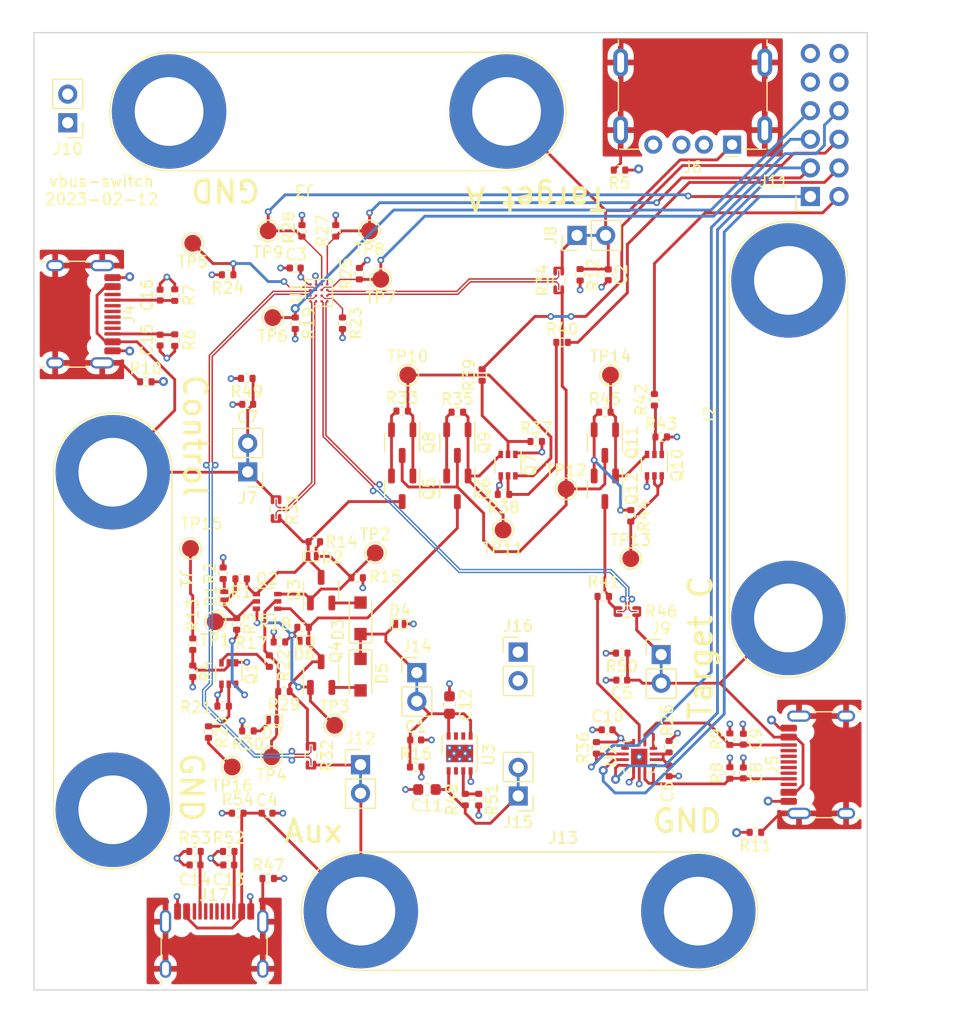
<source format=kicad_pcb>
(kicad_pcb (version 20221018) (generator pcbnew)
  (title_block (date "2023-02-12"))
  (layers (0 "F.Cu" signal) (1 "In1.Cu" signal) (2 "In2.Cu" signal) (31 "B.Cu" signal) (34 "B.Paste" user) (35 "F.Paste" user) (36 "B.SilkS" user "B.Silkscreen") (37 "F.SilkS" user "F.Silkscreen") (38 "B.Mask" user) (39 "F.Mask" user) (44 "Edge.Cuts" user))
  (net 0 "")
  (net 1 "VCC")
  (net 2 "GND")
  (net 4 "/3V3OUT")
  (net 9 "Net-(C15-Pad2)")
  (net 11 "Net-(J4-PadS1)")
  (net 18 "Net-(J5-PadS1)")
  (net 19 "Net-(J6-Pad5)")
  (net 22 "+5V")
  (net 23 "Net-(D1-Pad1)")
  (net 24 "Net-(D2-Pad2)")
  (net 25 "TARGET_A_VBUS_CONN")
  (net 26 "CONTROL_VBUS_CONN")
  (net 27 "Net-(Q5-Pad2)")
  (net 28 "TARGET_C_VBUS_CONN")
  (net 29 "Net-(Q7-Pad5)")
  (net 30 "Net-(R23-Pad1)")
  (net 31 "Net-(R24-Pad1)")
  (net 32 "/VCONN")
  (net 33 "/CC1")
  (net 34 "/CC2")
  (net 35 "/INT_N")
  (net 36 "/GPIO")
  (net 37 "/SLOW")
  (net 38 "/SDA")
  (net 39 "/SCL")
  (net 40 "AUX_VBUS_CONN")
  (net 41 "Net-(Q1-Pad3)")
  (net 42 "Net-(C16-Pad1)")
  (net 43 "Net-(D1-Pad2)")
  (net 44 "CONTROL_VBUS")
  (net 45 "Net-(D3-Pad2)")
  (net 46 "Net-(D5-Pad2)")
  (net 47 "AUX_VBUS")
  (net 48 "Net-(D6-Pad2)")
  (net 49 "Net-(D7-Pad1)")
  (net 50 "Net-(D7-Pad2)")
  (net 51 "~{TARGET_C_VBUS_EN}")
  (net 52 "AUX_VBUS_EN")
  (net 53 "CONTROL_VBUS_EN")
  (net 54 "Net-(Q1-Pad2)")
  (net 55 "Net-(Q1-Pad5)")
  (net 56 "Net-(Q1-Pad6)")
  (net 57 "Net-(Q5-Pad1)")
  (net 58 "Net-(Q6-Pad1)")
  (net 59 "Net-(Q6-Pad2)")
  (net 60 "Net-(Q7-Pad2)")
  (net 61 "TARGET_A_VBUS")
  (net 62 "Net-(Q10-Pad2)")
  (net 63 "Net-(Q10-Pad3)")
  (net 64 "Net-(Q10-Pad5)")
  (net 65 "Net-(Q11-Pad2)")
  (net 66 "TARGET_C_VBUS")
  (net 67 "~{CONTROL_VBUS_IN_EN}")
  (net 68 "~{AUX_VBUS_IN_EN}")
  (net 69 "CONTROL_SENSE+")
  (net 70 "CONTROL_SENSE-")
  (net 71 "AUX_SENSE-")
  (net 72 "AUX_SENSE+")
  (net 73 "TARGET_A_SENSE-")
  (net 74 "TARGET_A_SENSE+")
  (net 75 "Net-(R41-Pad2)")
  (net 76 "TARGET_C_SENSE-")
  (net 77 "TARGET_C_SENSE+")
  (net 78 "Net-(R48-Pad2)")
  (net 82 "Net-(C13-Pad2)")
  (net 83 "Net-(C14-Pad1)")
  (net 90 "Net-(J17-PadS1)")
  (footprint "eval:USB_C_Receptacle_HRO_TYPE-C-31-M-12" (layer "F.Cu") (at 129 145.07)
    (fp_text reference "J17")
    (fp_text value "USB_C")
  )
  (footprint "Package_DFN_QFN:DFN-8-1EP_3x3mm_P0.65mm_EP1.55x2.4mm" (layer "F.Cu") (at 150.8 127 90)
    (fp_text reference "U3")
    (fp_text value "AP7361EA-33")
  )
  (footprint "Resistor_SMD:R_0402_1005Metric" (layer "F.Cu") (at 125.5 90.3 -90)
    (fp_text reference "R6")
    (fp_text value "5.1k")
  )
  (footprint "Resistor_SMD:R_0402_1005Metric" (layer "F.Cu") (at 136.9 115.8 180)
    (fp_text reference "R18")
    (fp_text value "820k")
  )
  (footprint "Connector_PinHeader_2.54mm:PinHeader_1x02_P2.54mm_Vertical" (layer "F.Cu") (at 168.7 118.225)
    (fp_text reference "J9")
    (fp_text value "01x02")
  )
  (footprint "Resistor_SMD:R_0402_1005Metric" (layer "F.Cu") (at 159.9 90.5)
    (fp_text reference "R40")
    (fp_text value "2.2k")
  )
  (footprint "Resistor_SMD:R_0402_1005Metric" (layer "F.Cu") (at 130.2 84.5 180)
    (fp_text reference "R24")
    (fp_text value "10k")
  )
  (footprint "eval:PinHeader_2x06_P2.54mm_PMOD" (layer "F.Cu") (at 181.95 77.55 180)
    (fp_text reference "J11")
    (fp_text value "Conn_02x06_Top_Bottom")
  )
  (footprint "eval:R_0603_1608Metric_Current_Sense" (layer "F.Cu") (at 159.6 85 90)
    (fp_text reference "R34")
    (fp_text value "0.02±1%")
  )
  (footprint "Resistor_SMD:R_0402_1005Metric" (layer "F.Cu") (at 133.8 138.1)
    (fp_text reference "R47")
    (fp_text value "0")
  )
  (footprint "Connector:Banana_Jack_2Pin" (layer "F.Cu") (at 125 70)
    (fp_text reference "J3")
    (fp_text value "BANANA")
  )
  (footprint "Resistor_SMD:R_0402_1005Metric" (layer "F.Cu") (at 131 115.5 -90)
    (fp_text reference "R3")
    (fp_text value "33k")
  )
  (footprint "eval:DFN1006-2" (layer "F.Cu") (at 137 117 180)
    (fp_text reference "D6")
    (fp_text value "18±2%")
  )
  (footprint "Resistor_SMD:R_0402_1005Metric" (layer "F.Cu") (at 132 125 180)
    (fp_text reference "R30")
    (fp_text value "22k±1%")
  )
  (footprint "Capacitor_SMD:C_0603_1608Metric" (layer "F.Cu") (at 149.9 122.7 -90)
    (fp_text reference "C12")
    (fp_text value "1uF")
  )
  (footprint "Capacitor_SMD:C_0402_1005Metric" (layer "F.Cu") (at 176 128.73 -90)
    (fp_text reference "C8")
    (fp_text value "390pF")
  )
  (footprint "Resistor_SMD:R_0402_1005Metric" (layer "F.Cu") (at 135.2 121.5 180)
    (fp_text reference "R29")
    (fp_text value "18.7k±1%")
  )
  (footprint "Capacitor_SMD:C_0402_1005Metric" (layer "F.Cu") (at 127.3 136.9 180)
    (fp_text reference "C14")
    (fp_text value "390pF")
  )
  (footprint "eval:R_0603_1608Metric_Current_Sense" (layer "F.Cu") (at 137.6 127.2 -90)
    (fp_text reference "R32")
    (fp_text value "0.02±1%")
  )
  (footprint "Resistor_SMD:R_0402_1005Metric" (layer "F.Cu") (at 165 75.2 180)
    (fp_text reference "R5")
    (fp_text value "0")
  )
  (footprint "Package_TO_SOT_SMD:SOT-363_SC-70-6" (layer "F.Cu") (at 130.3 119.9 -90)
    (fp_text reference "Q1")
    (fp_text value "2NPN")
  )
  (footprint "TestPoint:TestPoint_Pad_D1.5mm" (layer "F.Cu") (at 130.6 128.2 180)
    (fp_text reference "TP16")
    (fp_text value "TestPoint")
  )
  (footprint "TestPoint:TestPoint_Pad_D1.5mm" (layer "F.Cu") (at 160.26 103.51)
    (fp_text reference "TP12")
    (fp_text value "TestPoint")
  )
  (footprint "Diode_SMD:D_SOD-123F" (layer "F.Cu") (at 142 120 -90)
    (fp_text reference "D5")
    (fp_text value "D")
  )
  (footprint "Capacitor_SMD:C_0402_1005Metric" (layer "F.Cu") (at 164 84.5 -90)
    (fp_text reference "C2")
    (fp_text value "C")
  )
  (footprint "Connector_PinHeader_2.54mm:PinHeader_1x02_P2.54mm_Vertical" (layer "F.Cu") (at 131.98 102 180)
    (fp_text reference "J7")
    (fp_text value "01x02")
  )
  (footprint "eval:DFN1006-2" (layer "F.Cu") (at 137.7 109.5)
    (fp_text reference "D2")
    (fp_text value "18±2%")
  )
  (footprint "Package_TO_SOT_SMD:SOT-23-3" (layer "F.Cu") (at 145.7 99.4 -90)
    (fp_text reference "Q8")
    (fp_text value "PMOS")
  )
  (footprint "TestPoint:TestPoint_Pad_D1.5mm" (layer "F.Cu") (at 143.8 84.9 180)
    (fp_text reference "TP7")
    (fp_text value "TestPoint")
  )
  (footprint "TestPoint:TestPoint_Pad_D1.5mm" (layer "F.Cu") (at 143.3 109.2)
    (fp_text reference "TP2")
    (fp_text value "TestPoint")
  )
  (footprint "Capacitor_SMD:C_0402_1005Metric" (layer "F.Cu") (at 163.9 124.9 180)
    (fp_text reference "C10")
    (fp_text value "C")
  )
  (footprint "Resistor_SMD:R_0402_1005Metric" (layer "F.Cu") (at 134.8 117.1 180)
    (fp_text reference "R17")
    (fp_text value "33k")
  )
  (footprint "Capacitor_SMD:C_0603_1608Metric" (layer "F.Cu") (at 147.9 130.2 180)
    (fp_text reference "C11")
    (fp_text value "2.2uF")
  )
  (footprint "Resistor_SMD:R_0402_1005Metric" (layer "F.Cu") (at 174.8 125.73 90)
    (fp_text reference "R9")
    (fp_text value "5.1k")
  )
  (footprint "eval:R_0603_1608Metric_Current_Sense" (layer "F.Cu") (at 165.7 114.4)
    (fp_text reference "R46")
    (fp_text value "0.02±1%")
  )
  (footprint "Resistor_SMD:R_0402_1005Metric" (layer "F.Cu") (at 168.1 95.6 90)
    (fp_text reference "R42")
    (fp_text value "2.2k")
  )
  (footprint "eval:USB_C_Receptacle_HRO_TYPE-C-31-M-12" (layer "F.Cu") (at 184.07 128 90)
    (fp_text reference "J5")
    (fp_text value "USB_C")
  )
  (footprint "Connector_PinHeader_2.54mm:PinHeader_1x02_P2.54mm_Vertical" (layer "F.Cu") (at 161.225 81 90)
    (fp_text reference "J8")
    (fp_text value "01x02")
  )
  (footprint "Resistor_SMD:R_0402_1005Metric" (layer "F.Cu") (at 127.1 119.7 -90)
    (fp_text reference "R4")
    (fp_text value "10k")
  )
  (footprint "Connector_PinHeader_2.54mm:PinHeader_1x02_P2.54mm_Vertical" (layer "F.Cu") (at 156 118)
    (fp_text reference "J16")
    (fp_text value "01x02")
  )
  (footprint "TestPoint:TestPoint_Pad_D1.5mm" (layer "F.Cu") (at 154.66 107.16 180)
    (fp_text reference "TP11")
    (fp_text value "TestPoint")
  )
  (footprint "Package_TO_SOT_SMD:SOT-23-3" (layer "F.Cu") (at 145.7 103.5 -90)
    (fp_text reference "Q5")
    (fp_text value "PMOS")
  )
  (footprint "TestPoint:TestPoint_Pad_D1.5mm" (layer "F.Cu") (at 133.8 80.6 180)
    (fp_text reference "TP9")
    (fp_text value "TestPoint")
  )
  (footprint "Capacitor_SMD:C_0402_1005Metric" (layer "F.Cu") (at 165.2 120.49 180)
    (fp_text reference "C5")
    (fp_text value "C")
  )
  (footprint "Connector:Banana_Jack_2Pin" (layer "F.Cu") (at 172 141 180)
    (fp_text reference "J13")
    (fp_text value "BANANA")
  )
  (footprint "Resistor_SMD:R_0402_1005Metric" (layer "F.Cu") (at 177.07 134 180)
    (fp_text reference "R11")
    (fp_text value "0")
  )
  (footprint "Connector_PinHeader_2.54mm:PinHeader_1x02_P2.54mm_Vertical" (layer "F.Cu") (at 156 130.775 180)
    (fp_text reference "J15")
    (fp_text value "01x02")
  )
  (footprint "Capacitor_SMD:C_0402_1005Metric" (layer "F.Cu") (at 133.7 132.3)
    (fp_text reference "C4")
    (fp_text value "C")
  )
  (footprint "Resistor_SMD:R_0402_1005Metric" (layer "F.Cu") (at 127.3 135.7 180)
    (fp_text reference "R53")
    (fp_text value "5.1k")
  )
  (footprint "Resistor_SMD:R_0402_1005Metric" (layer "F.Cu") (at 122.93 94)
    (fp_text reference "R10")
    (fp_text value "0")
  )
  (footprint "Resistor_SMD:R_0402_1005Metric" (layer "F.Cu") (at 150.6 96.7)
    (fp_text reference "R35")
    (fp_text value "33k")
  )
  (footprint "Resistor_SMD:R_0402_1005Metric" (layer "F.Cu") (at 125.5 86.3 90)
    (fp_text reference "R7")
    (fp_text value "5.1k")
  )
  (footprint "eval:WLCSP-16_2.225x2.170mm_Layout4x4_P0.5mm" (layer "F.Cu") (at 138.3 86.1 90)
    (fp_text reference "U1")
    (fp_text value "PAC195X-1-WLCSP")
  )
  (footprint "Resistor_SMD:R_0402_1005Metric" (layer "F.Cu") (at 154.7 104 180)
    (fp_text reference "R38")
    (fp_text value "10k")
  )
  (footprint "Resistor_SMD:R_0402_1005Metric" (layer "F.Cu") (at 145.7 96.6)
    (fp_text reference "R33")
    (fp_text value "33k")
  )
  (footprint "Capacitor_SMD:C_0402_1005Metric" (layer "F.Cu") (at 131.98 96 180)
    (fp_text reference "C7")
    (fp_text value "C")
  )
  (footprint "Resistor_SMD:R_0402_1005Metric" (layer "F.Cu") (at 141.9 84.4 90)
    (fp_text reference "R25")
    (fp_text value "10k")
  )
  (footprint "TestPoint:TestPoint_Pad_D1.5mm" (layer "F.Cu") (at 129.1 115.3 180)
    (fp_text reference "TP1")
    (fp_text value "TestPoint")
  )
  (footprint "Resistor_SMD:R_0402_1005Metric" (layer "F.Cu") (at 137.9 108.2)
    (fp_text reference "R14")
    (fp_text value "820k")
  )
  (footprint "Diode_SMD:D_SOD-123F" (layer "F.Cu") (at 142 115 90)
    (fp_text reference "D3")
    (fp_text value "D")
  )
  (footprint "TestPoint:TestPoint_Pad_D1.5mm" (layer "F.Cu") (at 164.2 93.4)
    (fp_text reference "TP14")
    (fp_text value "TestPoint")
  )
  (footprint "Resistor_SMD:R_0402_1005Metric" (layer "F.Cu") (at 169.4 126.4 90)
    (fp_text reference "R26")
    (fp_text value "0")
  )
  (footprint "Resistor_SMD:R_0402_1005Metric" (layer "F.Cu") (at 127.1 117.3 90)
    (fp_text reference "R13")
    (fp_text value "2.2k")
  )
  (footprint "Package_DFN_QFN:WQFN-14-1EP_2.5x2.5mm_P0.5mm_EP1.45x1.45mm" (layer "F.Cu") (at 166.75 127.3 -90)
    (fp_text reference "U2")
    (fp_text value "FUSB302BMPX")
  )
  (footprint "Package_TO_SOT_SMD:SOT-363_SC-70-6" (layer "F.Cu") (at 168.1 101.4 -90)
    (fp_text reference "Q10")
    (fp_text value "2NPN")
  )
  (footprint "Connector:Banana_Jack_2Pin" (layer "F.Cu") (at 120 132 90)
    (fp_text reference "J1")
    (fp_text value "BANANA")
  )
  (footprint "Package_TO_SOT_SMD:SOT-23-3" (layer "F.Cu") (at 163.7 99.4 -90)
    (fp_text reference "Q11")
    (fp_text value "PMOS")
  )
  (footprint "Capacitor_SMD:C_0402_1005Metric" (layer "F.Cu") (at 124.2 86.3 90)
    (fp_text reference "C16")
    (fp_text value "390pF")
  )
  (footprint "Capacitor_SMD:C_0402_1005Metric" (layer "F.Cu") (at 176 125.73 90)
    (fp_text reference "C9")
    (fp_text value "390pF")
  )
  (footprint "Package_TO_SOT_SMD:SOT-23-3" (layer "F.Cu") (at 138.5 112.5 90)
    (fp_text reference "Q3")
    (fp_text value "PMOS")
  )
  (footprint "Capacitor_SMD:C_0402_1005Metric" (layer "F.Cu") (at 169.4 128.55 -90)
    (fp_text reference "C6")
    (fp_text value "C")
  )
  (footprint "Package_TO_SOT_SMD:SOT-23-3" (layer "F.Cu") (at 138.5 120 90)
    (fp_text reference "Q4")
    (fp_text value "PMOS")
  )
  (footprint "Connector_PinHeader_2.54mm:PinHeader_1x02_P2.54mm_Vertical" (layer "F.Cu") (at 147 119.825)
    (fp_text reference "J14")
    (fp_text value "01x02")
  )
  (footprint "TestPoint:TestPoint_Pad_D1.5mm" (layer "F.Cu") (at 134.2 88.3 180)
    (fp_text reference "TP6")
    (fp_text value "TestPoint")
  )
  (footprint "Resistor_SMD:R_0402_1005Metric" (layer "F.Cu") (at 133.9 118.8 -90)
    (fp_text reference "R22")
    (fp_text value "33k")
  )
  (footprint "Resistor_SMD:R_0402_1005Metric" (layer "F.Cu") (at 162.95 126.5 90)
    (fp_text reference "R36")
    (fp_text value "10k")
  )
  (footprint "TestPoint:TestPoint_Pad_D1.5mm" (layer "F.Cu") (at 127.1 81.7 180)
    (fp_text reference "TP5")
    (fp_text value "TestPoint")
  )
  (footprint "TestPoint:TestPoint_Pad_D1.5mm" (layer "F.Cu") (at 146.2 93.4)
    (fp_text reference "TP10")
    (fp_text value "TestPoint")
  )
  (footprint "Resistor_SMD:R_0402_1005Metric" (layer "F.Cu") (at 163.56 113.06 180)
    (fp_text reference "R41")
    (fp_text value "20k")
  )
  (footprint "eval:R_0603_1608Metric_Current_Sense" (layer "F.Cu") (at 134.5 105.3 -90)
    (fp_text reference "R31")
    (fp_text value "0.02±1%")
  )
  (footprint "Resistor_SMD:R_0402_1005Metric" (layer "F.Cu") (at 151.3 131.1 90)
    (fp_text reference "R48")
    (fp_text value "58.3k±1%")
  )
  (footprint "Resistor_SMD:R_0402_1005Metric" (layer "F.Cu") (at 165.2 118.09 180)
    (fp_text reference "R50")
    (fp_text value "R")
  )
  (footprint "TestPoint:TestPoint_Pad_D1.5mm" (layer "F.Cu") (at 142.8 80.6 180)
    (fp_text reference "TP8")
    (fp_text value "TestPoint")
  )
  (footprint "Resistor_SMD:R_0402_1005Metric" (layer "F.Cu") (at 168.7 98.9)
    (fp_text reference "R43")
    (fp_text value "10k")
  )
  (footprint "Package_TO_SOT_SMD:SOT-23-3" (layer "F.Cu") (at 150.6 103.5 -90)
    (fp_text reference "Q6")
    (fp_text value "PMOS")
  )
  (footprint "Capacitor_SMD:C_0402_1005Metric" (layer "F.Cu") (at 124.2 90.3 90)
    (fp_text reference "C15")
    (fp_text value "390pF")
  )
  (footprint "Package_TO_SOT_SMD:SOT-23-3" (layer "F.Cu") (at 163.7 103.5 -90)
    (fp_text reference "Q12")
    (fp_text value "PMOS")
  )
  (footprint "Package_TO_SOT_SMD:SOT-363_SC-70-6" (layer "F.Cu") (at 155.1 101.4 -90)
    (fp_text reference "Q7")
    (fp_text value "2NPN")
  )
  (footprint "Resistor_SMD:R_0402_1005Metric" (layer "F.Cu") (at 163.7 96.7)
    (fp_text reference "R45")
    (fp_text value "33k")
  )
  (footprint "eval:USB_C_Receptacle_HRO_TYPE-C-31-M-12" (layer "F.Cu") (at 115.93 88 -90)
    (fp_text reference "J4")
    (fp_text value "USB_C")
  )
  (footprint "Resistor_SMD:R_0402_1005Metric" (layer "F.Cu") (at 139.8 80.6 90)
    (fp_text reference "R27")
    (fp_text value "1.8k")
  )
  (footprint "Resistor_SMD:R_0402_1005Metric" (layer "F.Cu") (at 129.8 122.8 180)
    (fp_text reference "R21")
    (fp_text value "10k")
  )
  (footprint "Resistor_SMD:R_0402_1005Metric" (layer "F.Cu") (at 152.8 93.4 90)
    (fp_text reference "R39")
    (fp_text value "2.2k")
  )
  (footprint "Resistor_SMD:R_0402_1005Metric" (layer "F.Cu") (at 140.4 88.8 -90)
    (fp_text reference "R23")
    (fp_text value "0")
  )
  (footprint "eval:DFN1006-2" (layer "F.Cu") (at 134.2 124 180)
    (fp_text reference "D7")
    (fp_text value "4.7±2%")
  )
  (footprint "Resistor_SMD:R_0402_1005Metric" (layer "F.Cu") (at 128.5 125.1 -90)
    (fp_text reference "R20")
    (fp_text value "2.2k")
  )
  (footprint "Connector_PinHeader_2.54mm:PinHeader_1x02_P2.54mm_Vertical" (layer "F.Cu") (at 116 71 180)
    (fp_text reference "J10")
    (fp_text value "01x02")
  )
  (footprint "Resistor_SMD:R_0402_1005Metric" (layer "F.Cu") (at 174.8 128.73 90)
    (fp_text reference "R8")
    (fp_text value "5.1k")
  )
  (footprint "TestPoint:TestPoint_Pad_D1.5mm" (layer "F.Cu") (at 126.9 108.8)
    (fp_text reference "TP15")
    (fp_text value "TestPoint")
  )
  (footprint "Capacitor_SMD:C_0402_1005Metric" (layer "F.Cu") (at 146.9 125.8)
    (fp_text reference "C1")
    (fp_text value "C")
  )
  (footprint "Resistor_SMD:R_0402_1005Metric" (layer "F.Cu") (at 136.8 80.6 90)
    (fp_text reference "R28")
    (fp_text value "1.8k")
  )
  (footprint "Capacitor_SMD:C_0402_1005Metric" (layer "F.Cu") (at 136.2 83.9 180)
    (fp_text reference "C3")
    (fp_text value "C")
  )
  (footprint "Connector_PinHeader_2.54mm:PinHeader_1x02_P2.54mm_Vertical" (layer "F.Cu") (at 142 128)
    (fp_text reference "J12")
    (fp_text value "01x02")
  )
  (footprint "Package_TO_SOT_SMD:SOT-23-3" (layer "F.Cu") (at 150.6 99.4 -90)
    (fp_text reference "Q9")
    (fp_text value "PMOS")
  )
  (footprint "Package_TO_SOT_SMD:SOT-363_SC-70-6" (layer "F.Cu") (at 133.7 113.5)
    (fp_text reference "Q2")
    (fp_text value "2PNP")
  )
  (footprint "Resistor_SMD:R_0402_1005Metric" (layer "F.Cu") (at 161.5 84.5 -90)
    (fp_text reference "R12")
    (fp_text value "R")
  )
  (footprint "TestPoint:TestPoint_Pad_D1.5mm" (layer "F.Cu") (at 134.1 127.3 180)
    (fp_text reference "TP4")
    (fp_text value "TestPoint")
  )
  (footprint "Resistor_SMD:R_0402_1005Metric" (layer "F.Cu") (at 131.4 111.5 180)
    (fp_text reference "R1")
    (fp_text value "18.7k±1%")
  )
  (footprint "Resistor_SMD:R_0402_1005Metric" (layer "F.Cu") (at 131.9 93.7 180)
    (fp_text reference "R49")
    (fp_text value "R")
  )
  (footprint "Resistor_SMD:R_0402_1005Metric" (layer "F.Cu") (at 166 105.9 -90)
    (fp_text reference "R44")
    (fp_text value "33k")
  )
  (footprint "Resistor_SMD:R_0402_1005Metric" (layer "F.Cu") (at 131.1 132.3 180)
    (fp_text reference "R54")
    (fp_text value "R")
  )
  (footprint "Resistor_SMD:R_0402_1005Metric" (layer "F.Cu") (at 130.3 135.7 180)
    (fp_text reference "R52")
    (fp_text value "5.1k")
  )
  (footprint "Resistor_SMD:R_0402_1005Metric" (layer "F.Cu") (at 129.8 111 90)
    (fp_text reference "R2")
    (fp_text value "22k±1%")
  )
  (footprint "Connector:Banana_Jack_2Pin" (layer "F.Cu") (at 180 85 -90)
    (fp_text reference "J2")
    (fp_text value "BANANA")
  )
  (footprint "Resistor_SMD:R_0402_1005Metric" (layer "F.Cu") (at 136.2 88.8 -90)
    (fp_text reference "R19")
    (fp_text value "10k")
  )
  (footprint "Resistor_SMD:R_0402_1005Metric" (layer "F.Cu") (at 157.6 99.3)
    (fp_text reference "R37")
    (fp_text value "10k")
  )
  (footprint "TestPoint:TestPoint_Pad_D1.5mm" (layer "F.Cu") (at 139.7 124.5)
    (fp_text reference "TP3")
    (fp_text value "TestPoint")
  )
  (footprint "eval:USB_A_Kycon_KUSBXHT-SB-AS1N-B30-NF_Horizontal" (layer "F.Cu") (at 175 72.95 180)
    (fp_text reference "J6")
    (fp_text value "USB_A")
  )
  (footprint "eval:DFN1006-2" (layer "F.Cu") (at 145.5 115.5)
    (fp_text reference "D4")
    (fp_text value "6.2±2%")
  )
  (footprint "eval:DFN1006-2" (layer "F.Cu") (at 129.9 113 90)
    (fp_text reference "D1")
    (fp_text value "4.7±2%")
  )
  (footprint "Capacitor_SMD:C_0402_1005Metric" (layer "F.Cu") (at 130.3 136.9)
    (fp_text reference "C13")
    (fp_text value "390pF")
  )
  (footprint "TestPoint:TestPoint_Pad_D1.5mm" (layer "F.Cu") (at 166 109.7)
    (fp_text reference "TP13")
    (fp_text value "TestPoint")
  )
  (footprint "Resistor_SMD:R_0402_1005Metric" (layer "F.Cu") (at 146.9 128.2)
    (fp_text reference "R16")
    (fp_text value "R")
  )
  (footprint "Resistor_SMD:R_0402_1005Metric" (layer "F.Cu") (at 152.5 131.1 -90)
    (fp_text reference "R51")
    (fp_text value "18.7k±1%")
  )
  (footprint "Resistor_SMD:R_0402_1005Metric" (layer "F.Cu") (at 141.7 111.4)
    (fp_text reference "R15")
    (fp_text value "33k")
  )
  (gr_rect (start 113 63) (end 187 148) (stroke (width 0.1)) (fill none) (layer "Edge.Cuts"))
  (gr_text "GND" (at 171 133) (layer "F.SilkS") (effects (font (size 2 2) (thickness 0.3))))
  (gr_text "Target A" (at 157.6 77.7 180) (layer "F.SilkS") (effects (font (size 2 2) (thickness 0.3))))
  (gr_text "GND" (at 130 77 180) (layer "F.SilkS") (effects (font (size 2 2) (thickness 0.3))))
  (gr_text "vbus-switch\n${ISSUE_DATE}" (at 119 77) (layer "F.SilkS") (effects (font (size 1 1))))
  (gr_text "Target C" (at 172.2 117.6 90) (layer "F.SilkS") (effects (font (size 2 2) (thickness 0.3))))
  (gr_text "GND" (at 127 130 270) (layer "F.SilkS") (effects (font (size 2 2) (thickness 0.3))))
  (gr_text "Aux" (at 137.8 133.9) (layer "F.SilkS") (effects (font (size 2 2) (thickness 0.3))))
  (gr_text "Control" (at 127.3 98.8 270) (layer "F.SilkS") (effects (font (size 2 2) (thickness 0.3))))
  (segment (start 164.76 125.99) (end 165.115 125.635) (width 0.254) (layer "F.Cu") (net 1))
  (segment (start 136.68 83.9) (end 136.68 84.68) (width 0.254) (layer "F.Cu") (net 1))
  (segment (start 169.46 125.89) (end 170.15 125.2) (width 0.254) (layer "F.Cu") (net 1))
  (segment (start 137.35 85.35) (end 136.7 84.7) (width 0.127) (layer "F.Cu") (net 1))
  (segment (start 141.91 83.89) (end 142.6 83.2) (width 0.254) (layer "F.Cu") (net 1))
  (segment (start 162.95 125.99) (end 164.76 125.99) (width 0.254) (layer "F.Cu") (net 1))
  (segment (start 165.4875 126.0075) (end 164.38 124.9) (width 0.254) (layer "F.Cu") (net 1))
  (segment (start 169.4 125.89) (end 169.46 125.89) (width 0.254) (layer "F.Cu") (net 1))
  (segment (start 139.8 80.09) (end 139.8 79.2) (width 0.254) (layer "F.Cu") (net 1))
  (segment (start 141.9 83.89) (end 141.91 83.89) (width 0.254) (layer "F.Cu") (net 1))
  (segment (start 129.69 84.5) (end 128.8 84.5) (width 0.254) (layer "F.Cu") (net 1))
  (segment (start 166.25 126.0375) (end 165.5175 126.0375) (width 0.254) (layer "F.Cu") (net 1))
  (segment (start 137.55 85.35) (end 137.35 85.35) (width 0.127) (layer "F.Cu") (net 1))
  (segment (start 136.68 84.68) (end 136.7 84.7) (width 0.254) (layer "F.Cu") (net 1))
  (segment (start 136.8 80.09) (end 136.8 79.2) (width 0.254) (layer "F.Cu") (net 1))
  (segment (start 136.2 89.31) (end 136.2 90.2) (width 0.254) (layer "F.Cu") (net 1))
  (segment (start 165.4875 126.55) (end 165.4875 126.0075) (width 0.254) (layer "F.Cu") (net 1))
  (segment (start 165.5175 126.0375) (end 165.4875 126.0075) (width 0.254) (layer "F.Cu") (net 1))
  (via (at 136.8 79.2) (size 0.6) (drill 0.3) (layers "F.Cu" "B.Cu") (net 1))
  (via (at 142.6 83.2) (size 0.6) (drill 0.3) (layers "F.Cu" "B.Cu") (net 1))
  (via (at 165.115 125.635) (size 0.6) (drill 0.3) (layers "F.Cu" "B.Cu") (net 1))
  (via (at 170.15 125.2) (size 0.6) (drill 0.3) (layers "F.Cu" "B.Cu") (net 1))
  (via (at 128.8 84.5) (size 0.6) (drill 0.3) (layers "F.Cu" "B.Cu") (net 1))
  (via (at 139.8 79.2) (size 0.6) (drill 0.3) (layers "F.Cu" "B.Cu") (net 1))
  (via (at 136.2 90.2) (size 0.6) (drill 0.3) (layers "F.Cu" "B.Cu") (net 1))
  (via (at 136.7 84.7) (size 0.6) (drill 0.3) (layers "F.Cu" "B.Cu") (net 1))
  (segment (start 170.09 98.9) (end 170.1 98.89) (width 0.254) (layer "F.Cu") (net 2))
  (segment (start 179.22 124.75) (end 178.5 124.03) (width 0.25) (layer "F.Cu") (net 2))
  (segment (start 123.44 94) (end 124.47 94) (width 0.25) (layer "F.Cu") (net 2))
  (segment (start 129.79 135.7) (end 129.3 135.7) (width 0.254) (layer "F.Cu") (net 2))
  (segment (start 130.52 93.7) (end 130.5 93.72) (width 0.254) (layer "F.Cu") (net 2))
  (segment (start 131.49 125) (end 131.49 124.11) (width 0.254) (layer "F.Cu") (net 2))
  (segment (start 176.56 134) (end 175.43 134) (width 0.25) (layer "F.Cu") (net 2))
  (segment (start 131.5 96) (end 130.67 96) (width 0.254) (layer "F.Cu") (net 2))
  (segment (start 124.2 85.82) (end 124.2 85.3) (width 0.254) (layer "F.Cu") (net 2))
  (segment (start 169.21 98.9) (end 170.09 98.9) (width 0.254) (layer "F.Cu") (net 2))
  (segment (start 145.85 115.5) (end 146.7 115.5) (width 0.254) (layer "F.Cu") (net 2))
  (segment (start 176 125.25) (end 176 124.43) (width 0.254) (layer "F.Cu") (net 2))
  (segment (start 130.1 132.3) (end 129.7 132.3) (width 0.254) (layer "F.Cu") (net 2))
  (segment (start 134.31 138.1) (end 135.2 138.1) (width 0.254) (layer "F.Cu") (net 2))
  (segment (start 134.18 132.3) (end 135.1 132.3) (width 0.254) (layer "F.Cu") (net 2))
  (segment (start 163.81 120.49) (end 163.8 120.5) (width 0.254) (layer "F.Cu") (net 2))
  (segment (start 170.22 129.03) (end 170.25 129) (width 0.254) (layer "F.Cu") (net 2))
  (segment (start 138.05 84.65) (end 138 84.6) (width 0.127) (layer "F.Cu") (net 2))
  (segment (start 131 118.9) (end 131.9 118.9) (width 0.254) (layer "F.Cu") (net 2))
  (segment (start 121.48 91.25) (end 121.5 91.27) (width 0.25) (layer "F.Cu") (net 2))
  (segment (start 168.75 99.36) (end 169.21 98.9) (width 0.254) (layer "F.Cu") (net 2))
  (segment (start 166.25 128.5625) (end 166.25 129.15) (width 0.254) (layer "F.Cu") (net 2))
  (segment (start 125.5 85.3) (end 124.9 84.7) (width 0.254) (layer "F.Cu") (net 2))
  (segment (start 166.75 127.3) (end 166.75 128.5625) (width 0.254) (layer "F.Cu") (net 2))
  (segment (start 147.125 130.2) (end 146 130.2) (width 0.254) (layer "F.Cu") (net 2))
  (segment (start 126.79 135.7) (end 126.3 135.7) (width 0.254) (layer "F.Cu") (net 2))
  (segment (start 165.51 75.2) (end 166.6 75.2) (width 0.25) (layer "F.Cu") (net 2))
  (segment (start 121.42 84.75) (end 121.5 84.67) (width 0.25) (layer "F.Cu") (net 2))
  (segment (start 138.05 85.35) (end 138.05 84.65) (width 0.127) (layer "F.Cu") (net 2))
  (segment (start 161.5 85.01) (end 161.5 85.85) (width 0.254) (layer "F.Cu") (net 2))
  (segment (start 180.025 131.25) (end 178.22 131.25) (width 0.25) (layer "F.Cu") (net 2))
  (segment (start 124.47 94) (end 124.5 93.97) (width 0.25) (layer "F.Cu") (net 2))
  (segment (start 164 84.98) (end 164 85) (width 0.254) (layer "F.Cu") (net 2))
  (segment (start 126.3 136.9) (end 125.7 136.3) (width 0.254) (layer "F.Cu") (net 2))
  (segment (start 126.82 136.9) (end 126.3 136.9) (width 0.254) (layer "F.Cu") (net 2))
  (segment (start 129.3 135.7) (end 128.7 136.3) (width 0.254) (layer "F.Cu") (net 2))
  (segment (start 149.9 121.925) (end 149.9 120.8) (width 0.254) (layer "F.Cu") (net 2))
  (segment (start 147.41 128.2) (end 147.41 129.09) (width 0.254) (layer "F.Cu") (net 2))
  (segment (start 174.8 128.22) (end 174.8 127.38) (width 0.254) (layer "F.Cu") (net 2))
  (segment (start 125.75 141.025) (end 125.75 139.75) (width 0.254) (layer "F.Cu") (net 2))
  (segment (start 124.2 85.3) (end 124.8 84.7) (width 0.254) (layer "F.Cu") (net 2))
  (segment (start 119.975 91.25) (end 121.48 91.25) (width 0.25) (layer "F.Cu") (net 2))
  (segment (start 126.3 135.7) (end 125.7 136.3) (width 0.254) (layer "F.Cu") (net 2))
  (segment (start 166.25 129.15) (end 165.85 129.55) (width 0.254) (layer "F.Cu") (net 2))
  (segment (start 154.19 103.33) (end 154.33 103.19) (width 0.254) (layer "F.Cu") (net 2))
  (segment (start 155.88 100.32) (end 158.03 100.32) (width 0.254) (layer "F.Cu") (net 2))
  (segment (start 124.2 91.3) (end 124.8 91.9) (width 0.254) (layer "F.Cu") (net 2))
  (segment (start 158.03 100.32) (end 158.11 100.24) (width 0.254) (layer "F.Cu") (net 2))
  (segment (start 124.9 84.7) (end 124.8 84.7) (width 0.254) (layer "F.Cu") (net 2))
  (segment (start 147.38 125.8) (end 148.3 125.8) (width 0.254) (layer "F.Cu") (net 2))
  (segment (start 129.65 121.45) (end 129.3 121.8) (width 0.254) (layer "F.Cu") (net 2))
  (segment (start 174.8 125.22) (end 174.8 124.38) (width 0.254) (layer "F.Cu") (net 2))
  (segment (start 134.29 117.1) (end 134.29 116.21) (width 0.254) (layer "F.Cu") (net 2))
  (segment (start 135.72 83.9) (end 134.9 83.9) (width 0.254) (layer "F.Cu") (net 2))
  (segment (start 154.45 103.07) (end 154.33 103.19) (width 0.254) (layer "F.Cu") (net 2))
  (segment (start 176 128.25) (end 176 127.38) (width 0.254) (layer "F.Cu") (net 2))
  (segment (start 166.25 128.5625) (end 166.25 127.8) (width 0.254) (layer "F.Cu") (net 2))
  (segment (start 164.68 118.1) (end 163.8 118.1) (width 0.254) (layer "F.Cu") (net 2))
  (segment (start 178.22 131.25) (end 178.2 131.23) (width 0.25) (layer "F.Cu") (net 2))
  (segment (start 176 124.43) (end 175.95 124.38) (width 0.254) (layer "F.Cu") (net 2))
  (segment (start 130.95 118.95) (end 131 118.9) (width 0.254) (layer "F.Cu") (net 2))
  (segment (start 125.5 85.79) (end 125.5 85.3) (width 0.254) (layer "F.Cu") (net 2))
  (segment (start 169.4 129.03) (end 170.22 129.03) (width 0.254) (layer "F.Cu") (net 2))
  (segment (start 151.775 129.475) (end 151.8 129.5) (width 0.254) (layer "F.Cu") (net 2))
  (segment (start 130.67 96) (end 130.65 96.02) (width 0.254) (layer "F.Cu") (net 2))
  (segment (start 132.25 141.025) (end 132.25 139.75) (width 0.254) (layer "F.Cu") (net 2))
  (segment (start 167.45 102.35) (end 167.45 103.3) (width 0.254) (layer "F.Cu") (net 2))
  (segment (start 119.975 84.75) (end 121.42 84.75) (width 0.25) (layer "F.Cu") (net 2))
  (segment (start 129.29 121.81) (end 129.3 121.8) (width 0.254) (layer "F.Cu") (net 2))
  (segment (start 131.39 93.7) (end 130.52 93.7) (width 0.254) (layer "F.Cu") (net 2))
  (segment (start 154.45 102.35) (end 154.45 103.07) (width 0.254) (layer "F.Cu") (net 2))
  (segment (start 152.5 131.61) (end 152.5 132.5) (width 0.254) (layer "F.Cu") (net 2))
  (segment (start 124.2 90.78) (end 124.2 91.3) (width 0.254) (layer "F.Cu") (net 2))
  (segment (start 166.75 128.5625) (end 166.75 129.7) (width 0.254) (layer "F.Cu") (net 2))
  (segment (start 132.25 139.75) (end 132.2 139.7) (width 0.254) (layer "F.Cu") (net 2))
  (segment (start 131.49 124.11) (end 131.5 124.1) (width 0.254) (layer "F.Cu") (net 2))
  (segment (start 129.29 122.8) (end 129.29 121.81) (width 0.254) (layer "F.Cu") (net 2))
  (segment (start 180.025 124.75) (end 179.22 124.75) (width 0.25) (layer "F.Cu") (net 2))
  (segment (start 164.72 120.49) (end 163.81 120.49) (width 0.254) (layer "F.Cu") (net 2))
  (segment (start 130.59 132.3) (end 130.1 132.3) (width 0.254) (layer "F.Cu") (net 2))
  (segment (start 134.29 116.21) (end 134.3 116.2) (width 0.254) (layer "F.Cu") (net 2))
  (segment (start 166.6 75.2) (end 166.7 75.1) (width 0.25) (layer "F.Cu") (net 2))
  (segment (start 155.75 100.45) (end 155.88 100.32) (width 0.254) (layer "F.Cu") (net 2))
  (segment (start 125.5 91.3) (end 124.9 91.9) (width 0.254) (layer "F.Cu") (net 2))
  (segment (start 125.5 90.81) (end 125.5 91.3) (width 0.254) (layer "F.Cu") (net 2))
  (segment (start 129.65 120.85) (end 129.65 121.45) (width 0.254) (layer "F.Cu") (net 2))
  (segment (start 125.75 139.75) (end 125.7 139.7) (width 0.254) (layer "F.Cu") (net 2))
  (segment (start 158.11 99.3) (end 158.11 100.24) (width 0.254) (layer "F.Cu") (net 2))
  (segment (start 124.9 91.9) (end 124.8 91.9) (width 0.254) (layer "F.Cu") (net 2))
  (segment (start 166.25 127.8) (end 166.75 127.3) (width 0.254) (layer "F.Cu") (net 2))
  (segment (start 154.19 104) (end 154.19 103.33) (width 0.254) (layer "F.Cu") (net 2))
  (segment (start 164.69 118.09) (end 164.68 118.1) (width 0.254) (layer "F.Cu") (net 2))
  (segment (start 147.41 129.09) (end 147.4 129.1) (width 0.254) (layer "F.Cu") (net 2))
  (segment (start 164 85) (end 163.4 85.6) (width 0.254) (layer "F.Cu") (net 2))
  (segment (start 129.3 136.9) (end 128.7 136.3) (width 0.254) (layer "F.Cu") (net 2))
  (segment (start 163.42 124.9) (end 162.6 124.9) (width 0.254) (layer "F.Cu") (net 2))
  (segment (start 151.775 128.55) (end 151.775 129.475) (width 0.254) (layer "F.Cu") (net 2))
  (segment (start 129.8 110.49) (end 129.8 109.6) (width 0.254) (layer "F.Cu") (net 2))
  (segment (start 142.21 111.4) (end 142.21 112.29) (width 0.254) (layer "F.Cu") (net 2))
  (segment (start 167.45 103.3) (end 167.43 103.32) (width 0.254) (layer "F.Cu") (net 2))
  (segment (start 129.82 136.9) (end 129.3 136.9) (width 0.254) (layer "F.Cu") (net 2))
  (segment (start 142.21 112.29) (end 142.2 112.3) (width 0.254) (layer "F.Cu") (net 2))
  (segment (start 127.1 120.21) (end 127.1 121.1) (width 0.254) (layer "F.Cu") (net 2))
  (segment (start 140.4 89.31) (end 140.4 90.1) (width 0.254) (layer "F.Cu") (net 2))
  (segment (start 168.75 100.45) (end 168.75 99.36) (width 0.254) (layer "F.Cu") (net 2))
  (segment (start 175.43 134) (end 175.4 134.03) (width 0.25) (layer "F.Cu") (net 2))
  (via (at 131.9 118.9) (size 0.6) (drill 0.3) (layers "F.Cu" "B.Cu") (net 2))
  (via (at 149.9 126.5) (size 0.45) (drill 0.2) (layers "F.Cu" "B.Cu") (net 2))
  (via (at 128.7 136.3) (size 0.6) (drill 0.3) (layers "F.Cu" "B.Cu") (net 2))
  (via (at 135.2 138.1) (size 0.6) (drill 0.3) (layers "F.Cu" "B.Cu") (net 2))
  (via (at 138 84.6) (size 0.6) (drill 0.3) (layers "F.Cu" "B.Cu") (net 2))
  (via (at 124.8 91.9) (size 0.6) (drill 0.3) (layers "F.Cu" "B.Cu") (net 2))
  (via (at 121.5 84.67) (size 0.8) (drill 0.4) (layers "F.Cu" "B.Cu") (net 2))
  (via (at 175.4 134.03) (size 0.8) (drill 0.4) (layers "F.Cu" "B.Cu") (net 2))
  (via (at 158.11 100.24) (size 0.6) (drill 0.3) (layers "F.Cu" "B.Cu") (net 2))
  (via (at 130.65 96.02) (size 0.6) (drill 0.3) (layers "F.Cu" "B.Cu") (net 2))
  (via (at 129.3 121.8) (size 0.6) (drill 0.3) (layers "F.Cu" "B.Cu") (net 2))
  (via (at 166.75 127.3) (size 0.6) (drill 0.3) (layers "F.Cu" "B.Cu") (net 2))
  (via (at 174.8 124.38) (size 0.6) (drill 0.3) (layers "F.Cu" "B.Cu") (net 2))
  (via (at 147.4 129.1) (size 0.6) (drill 0.3) (layers "F.Cu" "B.Cu") (net 2))
  (via (at 174.8 127.38) (size 0.6) (drill 0.3) (layers "F.Cu" "B.Cu") (net 2))
  (via (at 150.8 126.5) (size 0.45) (drill 0.2) (layers "F.Cu" "B.Cu") (net 2))
  (via (at 176 127.38) (size 0.6) (drill 0.3) (layers "F.Cu" "B.Cu") (net 2))
  (via (at 124.5 93.97) (size 0.8) (drill 0.4) (layers "F.Cu" "B.Cu") (net 2))
  (via (at 163.4 85.6) (size 0.6) (drill 0.3) (layers "F.Cu" "B.Cu") (net 2))
  (via (at 154.33 103.19) (size 0.6) (drill 0.3) (layers "F.Cu" "B.Cu") (net 2))
  (via (at 150.3 127) (size 0.45) (drill 0.2) (layers "F.Cu" "B.Cu") (net 2))
  (via (at 125.7 139.7) (size 0.6) (drill 0.3) (layers "F.Cu" "B.Cu") (net 2))
  (via (at 129.8 109.6) (size 0.6) (drill 0.3) (layers "F.Cu" "B.Cu") (net 2))
  (via (at 125.7 136.3) (size 0.6) (drill 0.3) (layers "F.Cu" "B.Cu") (net 2))
  (via (at 121.5 91.27) (size 0.8) (drill 0.4) (layers "F.Cu" "B.Cu") (net 2))
  (via (at 149.9 120.8) (size 0.6) (drill 0.3) (layers "F.Cu" "B.Cu") (net 2))
  (via (at 124.8 84.7) (size 0.6) (drill 0.3) (layers "F.Cu" "B.Cu") (net 2))
  (via (at 146.7 115.5) (size 0.6) (drill 0.3) (layers "F.Cu" "B.Cu") (net 2))
  (via (at 170.1 98.89) (size 0.6) (drill 0.3) (layers "F.Cu" "B.Cu") (net 2))
  (via (at 129.7 132.3) (size 0.6) (drill 0.3) (layers "F.Cu" "B.Cu") (net 2))
  (via (at 131.5 124.1) (size 0.6) (drill 0.3) (layers "F.Cu" "B.Cu") (net 2))
  (via (at 146 130.2) (size 0.6) (drill 0.3) (layers "F.Cu" "B.Cu") (net 2))
  (via (at 150.8 127.5) (size 0.45) (drill 0.2) (layers "F.Cu" "B.Cu") (net 2))
  (via (at 151.3 127) (size 0.45) (drill 0.2) (layers "F.Cu" "B.Cu") (net 2))
  (via (at 163.8 118.1) (size 0.6) (drill 0.3) (layers "F.Cu" "B.Cu") (net 2))
  (via (at 134.9 83.9) (size 0.6) (drill 0.3) (layers "F.Cu" "B.Cu") (net 2))
  (via (at 165.85 129.55) (size 0.6) (drill 0.3) (layers "F.Cu" "B.Cu") (net 2))
  (via (at 162.6 124.9) (size 0.6) (drill 0.3) (layers "F.Cu" "B.Cu") (net 2))
  (via (at 134.3 116.2) (size 0.6) (drill 0.3) (layers "F.Cu" "B.Cu") (net 2))
  (via (at 140.4 90.1) (size 0.6) (drill 0.3) (layers "F.Cu" "B.Cu") (net 2))
  (via (at 151.7 126.5) (size 0.45) (drill 0.2) (layers "F.Cu" "B.Cu") (net 2))
  (via (at 127.1 121.1) (size 0.6) (drill 0.3) (layers "F.Cu" "B.Cu") (net 2))
  (via (at 148.3 125.8) (size 0.6) (drill 0.3) (layers "F.Cu" "B.Cu") (net 2))
  (via (at 163.8 120.5) (size 0.6) (drill 0.3) (layers "F.Cu" "B.Cu") (net 2))
  (via (at 152.5 132.5) (size 0.6) (drill 0.3) (layers "F.Cu" "B.Cu") (net 2))
  (via (at 178.2 131.23) (size 0.8) (drill 0.4) (layers "F.Cu" "B.Cu") (net 2))
  (via (at 151.7 127.5) (size 0.45) (drill 0.2) (layers "F.Cu" "B.Cu") (net 2))
  (via (at 142.2 112.3) (size 0.6) (drill 0.3) (layers "F.Cu" "B.Cu") (net 2))
  (via (at 132.2 139.7) (size 0.6) (drill 0.3) (layers "F.Cu" "B.Cu") (net 2))
  (via (at 149.9 127.5) (size 0.45) (drill 0.2) (layers "F.Cu" "B.Cu") (net 2))
  (via (at 170.25 129) (size 0.6) (drill 0.3) (layers "F.Cu" "B.Cu") (net 2))
  (via (at 161.5 85.85) (size 0.6) (drill 0.3) (layers "F.Cu" "B.Cu") (net 2))
  (via (at 135.1 132.3) (size 0.6) (drill 0.3) (layers "F.Cu" "B.Cu") (net 2))
  (via (at 130.5 93.72) (size 0.6) (drill 0.3) (layers "F.Cu" "B.Cu") (net 2))
  (via (at 175.95 124.38) (size 0.6) (drill 0.3) (layers "F.Cu" "B.Cu") (net 2))
  (via (at 167.43 103.32) (size 0.6) (drill 0.3) (layers "F.Cu" "B.Cu") (net 2))
  (via (at 166.7 75.1) (size 0.8) (drill 0.4) (layers "F.Cu" "B.Cu") (net 2))
  (via (at 178.5 124.03) (size 0.8) (drill 0.4) (layers "F.Cu" "B.Cu") (net 2))
  (via (at 166.75 129.7) (size 0.6) (drill 0.3) (layers "F.Cu" "B.Cu") (net 2))
  (via (at 151.8 129.5) (size 0.6) (drill 0.3) (layers "F.Cu" "B.Cu") (net 2))
  (segment (start 151.01 131.61) (end 151.3 131.61) (width 0.254) (layer "F.Cu") (net 4))
  (segment (start 152.2 133.2) (end 153.54 133.2) (width 0.254) (layer "F.Cu") (net 4))
  (segment (start 149.825 129.975) (end 149.6 130.2) (width 0.254) (layer "F.Cu") (net 4))
  (segment (start 151.3 131.61) (end 151.3 132.3) (width 0.254) (layer "F.Cu") (net 4))
  (segment (start 153.54 133.2) (end 156 130.74) (width 0.254) (layer "F.Cu") (net 4))
  (segment (start 151.3 132.3) (end 152.2 133.2) (width 0.254) (layer "F.Cu") (net 4))
  (segment (start 149.6 130.2) (end 148.675 130.2) (width 0.254) (layer "F.Cu") (net 4))
  (segment (start 149.825 128.55) (end 149.825 129.975) (width 0.254) (layer "F.Cu") (net 4))
  (segment (start 149.6 130.2) (end 151.01 131.61) (width 0.254) (layer "F.Cu") (net 4))
  (segment (start 156 128.2) (end 156 130.74) (width 0.254) (layer "B.Cu") (net 4))
  (segment (start 119.975 89.75) (end 124.13 89.75) (width 0.254) (layer "F.Cu") (net 9))
  (segment (start 124.13 89.75) (end 124.2 89.82) (width 0.254) (layer "F.Cu") (net 9))
  (segment (start 125.47 89.82) (end 125.5 89.79) (width 0.254) (layer "F.Cu") (net 9))
  (segment (start 124.2 89.82) (end 125.47 89.82) (width 0.254) (layer "F.Cu") (net 9))
  (segment (start 120.74 92.32) (end 122.42 94) (width 0.25) (layer "F.Cu") (net 11))
  (segment (start 119.06 92.32) (end 120.74 92.32) (width 0.25) (layer "F.Cu") (net 11))
  (segment (start 179.26 132.32) (end 177.58 134) (width 0.25) (layer "F.Cu") (net 18))
  (segment (start 180.94 132.32) (end 179.26 132.32) (width 0.25) (layer "F.Cu") (net 18))
  (segment (start 165.1 74.59) (end 164.49 75.2) (width 0.25) (layer "F.Cu") (net 19))
  (segment (start 165.1 71.65) (end 165.1 74.59) (width 0.25) (layer "F.Cu") (net 19))
  (segment (start 144.25 117.075) (end 147 119.825) (width 0.254) (layer "F.Cu") (net 22))
  (segment (start 142 118.6) (end 142 116.4) (width 0.254) (layer "F.Cu") (net 22))
  (segment (start 148.11 123.475) (end 147 122.365) (width 0.254) (layer "F.Cu") (net 22))
  (segment (start 146.42 125.8) (end 146.42 125.165) (width 0.254) (layer "F.Cu") (net 22))
  (segment (start 149.9 123.475) (end 148.11 123.475) (width 0.254) (layer "F.Cu") (net 22))
  (segment (start 146.39 128.2) (end 146.39 125.83) (width 0.254) (layer "F.Cu") (net 22))
  (segment (start 151.175 123.475) (end 149.9 123.475) (width 0.254) (layer "F.Cu") (net 22))
  (segment (start 151.775 124.075) (end 151.175 123.475) (width 0.254) (layer "F.Cu") (net 22))
  (segment (start 144.25 116.4) (end 145.15 115.5) (width 0.254) (layer "F.Cu") (net 22))
  (segment (start 151.775 125.45) (end 151.775 124.075) (width 0.254) (layer "F.Cu") (net 22))
  (segment (start 142 116.4) (end 144.25 116.4) (width 0.254) (layer "F.Cu") (net 22))
  (segment (start 146.39 125.83) (end 146.42 125.8) (width 0.254) (layer "F.Cu") (net 22))
  (segment (start 146.42 125.165) (end 148.11 123.475) (width 0.254) (layer "F.Cu") (net 22))
  (segment (start 144.25 116.4) (end 144.25 117.075) (width 0.254) (layer "F.Cu") (net 22))
  (segment (start 149.825 125.45) (end 149.825 123.55) (width 0.254) (layer "F.Cu") (net 22))
  (segment (start 149.825 123.55) (end 149.9 123.475) (width 0.254) (layer "F.Cu") (net 22))
  (segment (start 147 119.825) (end 147 122.365) (width 0.254) (layer "B.Cu") (net 22))
  (segment (start 130.89 112.61) (end 130.89 111.5) (width 0.254) (layer "F.Cu") (net 23))
  (segment (start 129.9 113.89) (end 131 114.99) (width 0.254) (layer "F.Cu") (net 23))
  (segment (start 130.89 115.1) (end 129.3 115.1) (width 0.254) (layer "F.Cu") (net 23))
  (segment (start 129.9 113.35) (end 129.9 113.89) (width 0.254) (layer "F.Cu") (net 23))
  (segment (start 131 114.99) (end 130.89 115.1) (width 0.254) (layer "F.Cu") (net 23))
  (segment (start 129.3 115.1) (end 129.1 115.3) (width 0.254) (layer "F.Cu") (net 23))
  (segment (start 132.49 113.5) (end 132.75 113.5) (width 0.254) (layer "F.Cu") (net 23))
  (segment (start 130.15 113.35) (end 130.89 112.61) (width 0.254) (layer "F.Cu") (net 23))
  (segment (start 129.9 113.35) (end 130.15 113.35) (width 0.254) (layer "F.Cu") (net 23))
  (segment (start 131 114.99) (end 132.49 113.5) (width 0.254) (layer "F.Cu") (net 23))
  (segment (start 139.29 109.5) (end 141.19 111.4) (width 0.254) (layer "F.Cu") (net 24))
  (segment (start 138.05 108.75) (end 138.41 108.39) (width 0.254) (layer "F.Cu") (net 24))
  (segment (start 137.55 113.6375) (end 137.55 113.35) (width 0.254) (layer "F.Cu") (net 24))
  (segment (start 140.19 112.4) (end 141.19 111.4) (width 0.254) (layer "F.Cu") (net 24))
  (segment (start 137.08 112.85) (end 137.55 113.32) (width 0.254) (layer "F.Cu") (net 24))
  (segment (start 138.05 109.5) (end 138.05 108.75) (width 0.254) (layer "F.Cu") (net 24))
  (segment (start 137.55 113.32) (end 137.55 113.6375) (width 0.254) (layer "F.Cu") (net 24))
  (segment (start 137.55 113.35) (end 138.5 112.4) (width 0.254) (layer "F.Cu") (net 24))
  (segment (start 138.5 112.4) (end 140.19 112.4) (width 0.254) (layer "F.Cu") (net 24))
  (segment (start 138.05 109.5) (end 139.29 109.5) (width 0.254) (layer "F.Cu") (net 24))
  (segment (start 141.19 111.4) (end 141.19 111.31) (width 0.254) (layer "F.Cu") (net 24))
  (segment (start 134.65 112.85) (end 137.08 112.85) (width 0.254) (layer "F.Cu") (net 24))
  (segment (start 138.41 108.39) (end 138.41 108.2) (width 0.254) (layer "F.Cu") (net 24))
  (segment (start 141.19 111.31) (end 143.3 109.2) (width 0.254) (layer "F.Cu") (net 24))
  (segment (start 159.9125 82.3125) (end 161.225 81) (width 0.254) (layer "F.Cu") (net 25))
  (segment (start 159.9125 84.175) (end 159.9125 82.3125) (width 0.254) (layer "F.Cu") (net 25))
  (segment (start 165.885 78.795) (end 170.38 74.3) (width 0.254) (layer "F.Cu") (net 25))
  (segment (start 163.97 83.99) (end 164 84.02) (width 0.254) (layer "F.Cu") (net 25))
  (segment (start 173.65 74.3) (end 175 72.95) (width 0.254) (layer "F.Cu") (net 25))
  (segment (start 163.765 78.795) (end 163.765 81) (width 0.254) (layer "F.Cu") (net 25))
  (segment (start 170.38 74.3) (end 173.65 74.3) (width 0.254) (layer "F.Cu") (net 25))
  (segment (start 161.5 83.99) (end 163.97 83.99) (width 0.254) (layer "F.Cu") (net 25))
  (segment (start 154.97 70) (end 163.765 78.795) (width 0.254) (layer "F.Cu") (net 25))
  (segment (start 164 84.02) (end 164 81.235) (width 0.254) (layer "F.Cu") (net 25))
  (segment (start 164 81.235) (end 163.765 81) (width 0.254) (layer "F.Cu") (net 25))
  (segment (start 163.765 78.795) (end 165.885 78.795) (width 0.254) (layer "F.Cu") (net 25))
  (segment (start 161.225 81) (end 163.765 81) (width 0.254) (layer "B.Cu") (net 25))
  (segment (start 120 102.03) (end 131.95 102.03) (width 0.25) (layer "F.Cu") (net 26))
  (segment (start 134.1875 104.2075) (end 131.98 102) (width 0.254) (layer "F.Cu") (net 26))
  (segment (start 118.6 86.32) (end 119.37 85.55) (width 0.25) (layer "F.Cu") (net 26))
  (segment (start 132.46 93.75) (end 132.41 93.7) (width 0.254) (layer "F.Cu") (net 26))
  (segment (start 118.6 89.68) (end 119.37 90.45) (width 0.25) (layer "F.Cu") (net 26))
  (segment (start 131.98 96.48) (end 131.98 99.46) (width 0.254) (layer "F.Cu") (net 26))
  (segment (start 118.6 89.68) (end 118.6 86.32) (width 0.25) (layer "F.Cu") (net 26))
  (segment (start 132.46 96) (end 132.46 93.75) (width 0.254) (layer "F.Cu") (net 26))
  (segment (start 125.5 96.53) (end 120 102.03) (width 0.25) (layer "F.Cu") (net 26))
  (segment (start 119.37 90.45) (end 119.975 90.45) (width 0.25) (layer "F.Cu") (net 26))
  (segment (start 134.1875 104.475) (end 134.1875 104.2075) (width 0.254) (layer "F.Cu") (net 26))
  (segment (start 122.15 90.45) (end 125.5 93.8) (width 0.25) (layer "F.Cu") (net 26))
  (segment (start 119.37 85.55) (end 119.975 85.55) (width 0.25) (layer "F.Cu") (net 26))
  (segment (start 132.46 96) (end 131.98 96.48) (width 0.254) (layer "F.Cu") (net 26))
  (segment (start 119.975 90.45) (end 122.15 90.45) (width 0.25) (layer "F.Cu") (net 26))
  (segment (start 125.5 93.8) (end 125.5 96.53) (width 0.25) (layer "F.Cu") (net 26))
  (segment (start 131.98 102) (end 131.98 99.46) (width 0.254) (layer "B.Cu") (net 26))
  (segment (start 144.75 98.2625) (end 144.75 97.04) (width 0.254) (layer "F.Cu") (net 27))
  (segment (start 144.75 102.3625) (end 144.75 98.2625) (width 0.254) (layer "F.Cu") (net 27))
  (segment (start 144.75 97.04) (end 145.19 96.6) (width 0.254) (layer "F.Cu") (net 27))
  (segment (start 180.63 130.45) (end 180.025 130.45) (width 0.25) (layer "F.Cu") (net 28))
  (segment (start 181.3 126.22) (end 181.3 129.78) (width 0.25) (layer "F.Cu") (net 28))
  (segment (start 167.045 120.765) (end 168.7 120.765) (width 0.254) (layer "F.Cu") (net 28))
  (segment (start 166.77 120.49) (end 167.045 120.765) (width 0.254) (layer "F.Cu") (net 28))
  (segment (start 165.71 120.46) (end 165.68 120.49) (width 0.254) (layer "F.Cu") (net 28))
  (segment (start 168.7 118.225) (end 166.525 116.05) (width 0.254) (layer "F.Cu") (net 28))
  (segment (start 181.3 126.22) (end 180.63 125.55) (width 0.25) (layer "F.Cu") (net 28))
  (segment (start 180.025 125.55) (end 178.72 125.55) (width 0.25) (layer "F.Cu") (net 28))
  (segment (start 178.72 125.55) (end 173.935 120.765) (width 0.25) (layer "F.Cu") (net 28))
  (segment (start 181.3 129.78) (end 180.63 130.45) (width 0.25) (layer "F.Cu") (net 28))
  (segment (start 165.68 120.49) (end 166.77 120.49) (width 0.254) (layer "F.Cu") (net 28))
  (segment (start 173.935 120.765) (end 168.7 120.765) (width 0.25) (layer "F.Cu") (net 28))
  (segment (start 179.73 114.97) (end 180 114.97) (width 0.25) (layer "F.Cu") (net 28))
  (segment (start 180.63 125.55) (end 180.025 125.55) (width 0.25) (layer "F.Cu") (net 28))
  (segment (start 173.935 120.765) (end 179.73 114.97) (width 0.25) (layer "F.Cu") (net 28))
  (segment (start 165.71 118.09) (end 165.71 120.46) (width 0.254) (layer "F.Cu") (net 28))
  (segment (start 166.525 116.05) (end 166.525 114.7125) (width 0.254) (layer "F.Cu") (net 28))
  (segment (start 168.7 118.225) (end 168.7 120.765) (width 0.254) (layer "B.Cu") (net 28))
  (segment (start 155.21 104) (end 156.9 104) (width 0.254) (layer "F.Cu") (net 29))
  (segment (start 155.1 103.89) (end 155.21 104) (width 0.254) (layer "F.Cu") (net 29))
  (segment (start 155.1 102.35) (end 155.1 103.89) (width 0.254) (layer "F.Cu") (net 29))
  (segment (start 156.9 104) (end 159.39 101.51) (width 0.254) (layer "F.Cu") (net 29))
  (segment (start 159.39 101.51) (end 159.39 90.5) (width 0.254) (layer "F.Cu") (net 29))
  (segment (start 140.4 88.29) (end 140.4 87.5) (width 0.127) (layer "F.Cu") (net 30))
  (segment (start 138.8 86.6) (end 139.5 86.6) (width 0.0889) (layer "F.Cu") (net 30))
  (segment (start 140.4 87.5) (end 139.5 86.6) (width 0.127) (layer "F.Cu") (net 30))
  (segment (start 138.55 86.35) (end 138.8 86.6) (width 0.0889) (layer "F.Cu") (net 30))
  (segment (start 130.7 83.5) (end 128.9 83.5) (width 0.254) (layer "F.Cu") (net 31))
  (segment (start 138.05 85.85) (end 137.8 85.6) (width 0.0889) (layer "F.Cu") (net 31))
  (segment (start 135.2 85.1) (end 135.7 85.6) (width 0.127) (layer "F.Cu") (net 31))
  (segment (start 137.8 85.6) (end 137.1 85.6) (width 0.0889) (layer "F.Cu") (net 31))
  (segment (start 130.71 83.51) (end 130.7 83.5) (width 0.254) (layer "F.Cu") (net 31))
  (segment (start 128.9 83.5) (end 127.1 81.7) (width 0.254) (layer "F.Cu") (net 31))
  (segment (start 135.7 85.6) (end 137.1 85.6) (width 0.127) (layer "F.Cu") (net 31))
  (segment (start 130.71 84.5) (end 130.71 83.51) (width 0.254) (layer "F.Cu") (net 31))
  (via (at 135.2 85.1) (size 0.6) (drill 0.3) (layers "F.Cu" "B.Cu") (net 31))
  (via (at 130.7 83.5) (size 0.6) (drill 0.3) (layers "F.Cu" "B.Cu") (net 31))
  (segment (start 132.2 83.5) (end 133.8 85.1) (width 0.254) (layer "B.Cu") (net 31))
  (segment (start 130.7 83.5) (end 132.2 83.5) (width 0.254) (layer "B.Cu") (net 31))
  (segment (start 133.8 85.1) (end 135.2 85.1) (width 0.254) (layer "B.Cu") (net 31))
  (segment (start 168.0125 127.05) (end 168.85 127.05) (width 0.254) (layer "F.Cu") (net 32))
  (segment (start 168.85 127.05) (end 169.26 127.05) (width 0.254) (layer "F.Cu") (net 32))
  (segment (start 169.26 127.05) (end 169.4 126.91) (width 0.254) (layer "F.Cu") (net 32))
  (segment (start 168.0125 127.55) (end 168.88 127.55) (width 0.254) (layer "F.Cu") (net 32))
  (segment (start 168.88 127.55) (end 168.88 127.08) (width 0.254) (layer "F.Cu") (net 32))
  (segment (start 168.88 127.08) (end 168.85 127.05) (width 0.254) (layer "F.Cu") (net 32))
  (segment (start 168.88 127.55) (end 169.4 128.07) (width 0.254) (layer "F.Cu") (net 32))
  (segment (start 167.95 129.65) (end 167.6 129.65) (width 0.254) (layer "F.Cu") (net 33))
  (segment (start 168.0125 129.5875) (end 167.95 129.65) (width 0.254) (layer "F.Cu") (net 33))
  (segment (start 176.04 129.25) (end 176 129.21) (width 0.254) (layer "F.Cu") (net 33))
  (segment (start 168.125 129.7) (end 168.0125 129.5875) (width 0.254) (layer "F.Cu") (net 33))
  (segment (start 180.025 129.25) (end 176.04 129.25) (width 0.254) (layer "F.Cu") (net 33))
  (segment (start 176 129.21) (end 174.83 129.21) (width 0.254) (layer "F.Cu") (net 33))
  (segment (start 174.8 129.24) (end 174.34 129.7) (width 0.254) (layer "F.Cu") (net 33))
  (segment (start 168.0125 128.05) (end 168.0125 129.5875) (width 0.254) (layer "F.Cu") (net 33))
  (segment (start 167.25 129.3) (end 167.25 128.5625) (width 0.254) (layer "F.Cu") (net 33))
  (segment (start 174.34 129.7) (end 168.125 129.7) (width 0.254) (layer "F.Cu") (net 33))
  (segment (start 174.83 129.21) (end 174.8 129.24) (width 0.254) (layer "F.Cu") (net 33))
  (segment (start 167.6 129.65) (end 167.25 129.3) (width 0.254) (layer "F.Cu") (net 33))
  (segment (start 176.04 126.25) (end 176 126.21) (width 0.254) (layer "F.Cu") (net 34))
  (segment (start 168.3 124.3) (end 167.65 124.95) (width 0.254) (layer "F.Cu") (net 34))
  (segment (start 172.86 124.3) (end 168.3 124.3) (width 0.254) (layer "F.Cu") (net 34))
  (segment (start 174.8 126.24) (end 172.86 124.3) (width 0.254) (layer "F.Cu") (net 34))
  (segment (start 168.0125 125.3125) (end 167.65 124.95) (width 0.254) (layer "F.Cu") (net 34))
  (segment (start 167.25 125.35) (end 167.25 126.0375) (width 0.254) (layer "F.Cu") (net 34))
  (segment (start 180.025 126.25) (end 176.04 126.25) (width 0.254) (layer "F.Cu") (net 34))
  (segment (start 167.65 124.95) (end 167.25 125.35) (width 0.254) (layer "F.Cu") (net 34))
  (segment (start 168.0125 126.55) (end 168.0125 125.3125) (width 0.254) (layer "F.Cu") (net 34))
  (segment (start 174.83 126.21) (end 174.8 126.24) (width 0.254) (layer "F.Cu") (net 34))
  (segment (start 176 126.21) (end 174.83 126.21) (width 0.254) (layer "F.Cu") (net 34))
  (segment (start 162.95 127.75) (end 162.5 128.2) (width 0.254) (layer "F.Cu") (net 35))
  (segment (start 162.99 127.05) (end 162.95 127.01) (width 0.254) (layer "F.Cu") (net 35))
  (segment (start 165.4875 127.05) (end 162.99 127.05) (width 0.254) (layer "F.Cu") (net 35))
  (segment (start 162.95 127.01) (end 162.95 127.75) (width 0.254) (layer "F.Cu") (net 35))
  (via (at 162.5 128.2) (size 0.6) (drill 0.3) (layers "F.Cu" "B.Cu") (net 35))
  (segment (start 179.7 73.75) (end 173.15 80.3) (width 0.254) (layer "B.Cu") (net 35))
  (segment (start 162.5 128.2) (end 164.4 126.3) (width 0.254) (layer "B.Cu") (net 35))
  (segment (start 173.15 119.75) (end 166.6 126.3) (width 0.254) (layer "B.Cu") (net 35))
  (segment (start 164.4 126.3) (end 166.6 126.3) (width 0.254) (layer "B.Cu") (net 35))
  (segment (start 183.2 73) (end 182.45 73.75) (width 0.254) (layer "B.Cu") (net 35))
  (segment (start 183.2 71.22) (end 183.2 73) (width 0.254) (layer "B.Cu") (net 35))
  (segment (start 184.49 69.93) (end 183.2 71.22) (width 0.254) (layer "B.Cu") (net 35))
  (segment (start 182.45 73.75) (end 179.7 73.75) (width 0.254) (layer "B.Cu") (net 35))
  (segment (start 173.15 80.3) (end 173.15 119.75) (width 0.254) (layer "B.Cu") (net 35))
  (segment (start 136.2 87.5) (end 137.1 86.6) (width 0.127) (layer "F.Cu") (net 36))
  (segment (start 138.05 86.35) (end 137.8 86.6) (width 0.0889) (layer "F.Cu") (net 36))
  (segment (start 134.2 88.3) (end 136.19 88.3) (width 0.254) (layer "F.Cu") (net 36))
  (segment (start 136.2 88.29) (end 136.2 87.5) (width 0.254) (layer "F.Cu") (net 36))
  (segment (start 137.8 86.6) (end 137.1 86.6) (width 0.0889) (layer "F.Cu") (net 36))
  (segment (start 136.19 88.3) (end 136.2 88.29) (width 0.254) (layer "F.Cu") (net 36))
  (via (at 136.2 87.5) (size 0.8) (drill 0.4) (layers "F.Cu" "B.Cu") (net 36))
  (segment (start 144.95 78.75) (end 136.2 87.5) (width 0.254) (layer "B.Cu") (net 36))
  (segment (start 173.13 78.75) (end 144.95 78.75) (width 0.254) (layer "B.Cu") (net 36))
  (segment (start 181.95 69.93) (end 173.13 78.75) (width 0.254) (layer "B.Cu") (net 36))
  (segment (start 143.79 84.91) (end 141.9 84.91) (width 0.254) (layer "F.Cu") (net 37))
  (segment (start 141.9 84.91) (end 140.19 84.91) (width 0.127) (layer "F.Cu") (net 37))
  (segment (start 143.8 84.9) (end 143.79 84.91) (width 0.254) (layer "F.Cu") (net 37))
  (segment (start 143.8 83.2) (end 143.8 84.9) (width 0.254) (layer "F.Cu") (net 37))
  (segment (start 138.55 85.85) (end 138.8 85.6) (width 0.0889) (layer "F.Cu") (net 37))
  (segment (start 138.8 85.6) (end 139.5 85.6) (width 0.0889) (layer "F.Cu") (net 37))
  (segment (start 140.19 84.91) (end 139.5 85.6) (width 0.127) (layer "F.Cu") (net 37))
  (via (at 143.8 83.2) (size 0.6) (drill 0.3) (layers "F.Cu" "B.Cu") (net 37))
  (segment (start 147.7 79.3) (end 143.8 83.2) (width 0.254) (layer "B.Cu") (net 37))
  (segment (start 180.18 72.47) (end 173.35 79.3) (width 0.254) (layer "B.Cu") (net 37))
  (segment (start 181.95 72.47) (end 180.18 72.47) (width 0.254) (layer "B.Cu") (net 37))
  (segment (start 173.35 79.3) (end 147.7 79.3) (width 0.254) (layer "B.Cu") (net 37))
  (segment (start 170.5 75.9) (end 168.3 78.1) (width 0.254) (layer "F.Cu") (net 38))
  (segment (start 139.05 81.86) (end 139.8 81.11) (width 0.127) (layer "F.Cu") (net 38))
  (segment (start 164.9 128.05) (end 164.65 128.3) (width 0.254) (layer "F.Cu") (net 38))
  (segment (start 181.95 75.01) (end 181.06 75.9) (width 0.254) (layer "F.Cu") (net 38))
  (segment (start 165.4875 128.05) (end 164.9 128.05) (width 0.254) (layer "F.Cu") (net 38))
  (segment (start 164.65 128.3) (end 164.65 129.3) (width 0.254) (layer "F.Cu") (net 38))
  (segment (start 142.8 79) (end 142.8 80.6) (width 0.254) (layer "F.Cu") (net 38))
  (segment (start 172.5 75.9) (end 170.5 75.9) (width 0.254) (layer "F.Cu") (net 38))
  (segment (start 181.06 75.9) (end 172.5 75.9) (width 0.254) (layer "F.Cu") (net 38))
  (segment (start 139.05 85.35) (end 139.05 81.86) (width 0.127) (layer "F.Cu") (net 38))
  (segment (start 142.8 80.6) (end 140.31 80.6) (width 0.254) (layer "F.Cu") (net 38))
  (segment (start 140.31 80.6) (end 139.8 81.11) (width 0.254) (layer "F.Cu") (net 38))
  (via (at 142.8 79) (size 0.6) (drill 0.3) (layers "F.Cu" "B.Cu") (net 38))
  (via (at 168.3 78.1) (size 0.6) (drill 0.3) (layers "F.Cu" "B.Cu") (net 38))
  (via (at 164.65 129.3) (size 0.8) (drill 0.4) (layers "F.Cu" "B.Cu") (net 38))
  (segment (start 165.85 128.1) (end 169 128.1) (width 0.254) (layer "B.Cu") (net 38))
  (segment (start 143.7 78.1) (end 142.8 79) (width 0.254) (layer "B.Cu") (net 38))
  (segment (start 168.3 78.1) (end 143.7 78.1) (width 0.254) (layer "B.Cu") (net 38))
  (segment (start 173.7 123.4) (end 173.7 80.5) (width 0.254) (layer "B.Cu") (net 38))
  (segment (start 169 128.1) (end 173.7 123.4) (width 0.254) (layer "B.Cu") (net 38))
  (segment (start 181.95 75.01) (end 179.19 75.01) (width 0.254) (layer "B.Cu") (net 38))
  (segment (start 164.65 129.3) (end 165.85 128.1) (width 0.254) (layer "B.Cu") (net 38))
  (segment (start 179.19 75.01) (end 173.7 80.5) (width 0.254) (layer "B.Cu") (net 38))
  (segment (start 133.8 78.9) (end 133.8 80.6) (width 0.254) (layer "F.Cu") (net 39))
  (segment (start 181.95 77.55) (end 171.15 77.55) (width 0.254) (layer "F.Cu") (net 39))
  (segment (start 171.15 77.55) (end 171.1 77.5) (width 0.254) (layer "F.Cu") (net 39))
  (segment (start 138.55 85.35) (end 138.55 82.86) (width 0.127) (layer "F.Cu") (net 39))
  (segment (start 138.55 82.86) (end 136.8 81.11) (width 0.127) (layer "F.Cu") (net 39))
  (segment (start 133.8 80.6) (end 136.29 80.6) (width 0.254) (layer "F.Cu") (net 39))
  (segment (start 164.5 127.55) (end 163.55 128.5) (width 0.254) (layer "F.Cu") (net 39))
  (segment (start 136.29 80.6) (end 136.8 81.11) (width 0.254) (layer "F.Cu") (net 39))
  (segment (start 165.4875 127.55) (end 164.5 127.55) (width 0.254) (layer "F.Cu") (net 39))
  (via (at 133.8 78.9) (size 0.6) (drill 0.3) (layers "F.Cu" "B.Cu") (net 39))
  (via (at 171.1 77.5) (size 0.6) (drill 0.3) (layers "F.Cu" "B.Cu") (net 39))
  (via (at 163.55 128.5) (size 0.8) (drill 0.4) (layers "F.Cu" "B.Cu") (net 39))
  (segment (start 163.55 129.45) (end 163.55 128.5) (width 0.254) (layer "B.Cu") (net 39))
  (segment (start 167.3 130.5) (end 164.6 130.5) (width 0.254) (layer "B.Cu") (net 39))
  (segment (start 174.3 80.7) (end 174.3 123.5) (width 0.254) (layer "B.Cu") (net 39))
  (segment (start 164.6 130.5) (end 163.55 129.45) (width 0.254) (layer "B.Cu") (net 39))
  (segment (start 135.3 77.4) (end 133.8 78.9) (width 0.254) (layer "B.Cu") (net 39))
  (segment (start 181.95 77.55) (end 177.45 77.55) (width 0.254) (layer "B.Cu") (net 39))
  (segment (start 177.45 77.55) (end 174.3 80.7) (width 0.254) (layer "B.Cu") (net 39))
  (segment (start 171.1 77.5) (end 171 77.4) (width 0.254) (layer "B.Cu") (net 39))
  (segment (start 171 77.4) (end 135.3 77.4) (width 0.254) (layer "B.Cu") (net 39))
  (segment (start 174.3 123.5) (end 167.3 130.5) (width 0.254) (layer "B.Cu") (net 39))
  (segment (start 131.45 141.65) (end 131.45 141.025) (width 0.254) (layer "F.Cu") (net 40))
  (segment (start 142.03 141) (end 141.92 141) (width 0.254) (layer "F.Cu") (net 40))
  (segment (start 130.6 142.5) (end 131.45 141.65) (width 0.254) (layer "F.Cu") (net 40))
  (segment (start 131.45 141.025) (end 131.45 132.46) (width 0.254) (layer "F.Cu") (net 40))
  (segment (start 131.61 132.3) (end 133.22 132.3) (width 0.254) (layer "F.Cu") (net 40))
  (segment (start 127.5 142.5) (end 130.6 142.5) (width 0.254) (layer "F.Cu") (net 40))
  (segment (start 126.55 141.025) (end 126.55 141.55) (width 0.254) (layer "F.Cu") (net 40))
  (segment (start 141.975 128.025) (end 142 128) (width 0.254) (layer "F.Cu") (net 40))
  (segment (start 126.55 141.55) (end 127.5 142.5) (width 0.254) (layer "F.Cu") (net 40))
  (segment (start 137.9125 128.025) (end 141.975 128.025) (width 0.254) (layer "F.Cu") (net 40))
  (segment (start 142.03 141) (end 142.03 130.57) (width 0.254) (layer "F.Cu") (net 40))
  (segment (start 141.92 141) (end 133.22 132.3) (width 0.254) (layer "F.Cu") (net 40))
  (segment (start 142.03 130.57) (end 142 130.54) (width 0.254) (layer "F.Cu") (net 40))
  (segment (start 131.45 132.46) (end 131.61 132.3) (width 0.254) (layer "F.Cu") (net 40))
  (segment (start 142 130.54) (end 142 128) (width 0.254) (layer "B.Cu") (net 40))
  (segment (start 132.79 118.2) (end 133.9 119.31) (width 0.254) (layer "F.Cu") (net 41))
  (segment (start 129.65 118.95) (end 129.65 118.75) (width 0.254) (layer "F.Cu") (net 41))
  (segment (start 130.2 118.2) (end 132.79 118.2) (width 0.254) (layer "F.Cu") (net 41))
  (segment (start 129.65 118.75) (end 130.2 118.2) (width 0.254) (layer "F.Cu") (net 41))
  (segment (start 124.17 86.75) (end 124.2 86.78) (width 0.254) (layer "F.Cu") (net 42))
  (segment (start 124.2 86.78) (end 125.47 86.78) (width 0.254) (layer "F.Cu") (net 42))
  (segment (start 125.47 86.78) (end 125.5 86.81) (width 0.254) (layer "F.Cu") (net 42))
  (segment (start 119.975 86.75) (end 124.17 86.75) (width 0.254) (layer "F.Cu") (net 42))
  (segment (start 129.9 111.61) (end 129.8 111.51) (width 0.254) (layer "F.Cu") (net 43))
  (segment (start 129.9 112.65) (end 129.9 111.61) (width 0.254) (layer "F.Cu") (net 43))
  (segment (start 137.35 109.5) (end 137.35 108.24) (width 0.254) (layer "F.Cu") (net 44))
  (segment (start 138.5 111.3625) (end 138.5 110.89) (width 0.254) (layer "F.Cu") (net 44))
  (segment (start 137.39 108.2) (end 140.9525 104.6375) (width 0.254) (layer "F.Cu") (net 44))
  (segment (start 137.35 108.24) (end 137.39 108.2) (width 0.254) (layer "F.Cu") (net 44))
  (segment (start 134.68 110.92) (end 136.17 110.92) (width 0.254) (layer "F.Cu") (net 44))
  (segment (start 136.8875 108.2) (end 137.39 108.2) (width 0.254) (layer "F.Cu") (net 44))
  (segment (start 138.5 110.89) (end 137.35 109.74) (width 0.254) (layer "F.Cu") (net 44))
  (segment (start 132.6 112.85) (end 132.75 112.85) (width 0.254) (layer "F.Cu") (net 44))
  (segment (start 137.35 109.74) (end 137.35 109.5) (width 0.254) (layer "F.Cu") (net 44))
  (segment (start 136.17 110.92) (end 137.35 109.74) (width 0.254) (layer "F.Cu") (net 44))
  (segment (start 134.8125 106.125) (end 136.8875 108.2) (width 0.254) (layer "F.Cu") (net 44))
  (segment (start 132.75 112.85) (end 134.68 110.92) (width 0.254) (layer "F.Cu") (net 44))
  (segment (start 140.9525 104.6375) (end 145.7 104.6375) (width 0.254) (layer "F.Cu") (net 44))
  (segment (start 131.91 111.5) (end 131.91 112.16) (width 0.254) (layer "F.Cu") (net 44))
  (segment (start 131.91 112.16) (end 132.6 112.85) (width 0.254) (layer "F.Cu") (net 44))
  (segment (start 139.45 113.6375) (end 141.9625 113.6375) (width 0.254) (layer "F.Cu") (net 45))
  (segment (start 141.9625 113.6375) (end 142 113.6) (width 0.254) (layer "F.Cu") (net 45))
  (segment (start 141.7375 121.1375) (end 142 121.4) (width 0.254) (layer "F.Cu") (net 46))
  (segment (start 139.45 121.1375) (end 141.7375 121.1375) (width 0.254) (layer "F.Cu") (net 46))
  (segment (start 135.76 114.15) (end 137.41 115.8) (width 0.254) (layer "F.Cu") (net 47))
  (segment (start 137.41 116.94) (end 137.35 117) (width 0.254) (layer "F.Cu") (net 47))
  (segment (start 137.7375 118.8625) (end 135.71 120.89) (width 0.254) (layer "F.Cu") (net 47))
  (segment (start 137.2875 123.0775) (end 135.71 121.5) (width 0.254) (layer "F.Cu") (net 47))
  (segment (start 135.71 120.89) (end 135.71 121.5) (width 0.254) (layer "F.Cu") (net 47))
  (segment (start 142.62 114.97) (end 138.24 114.97) (width 0.254) (layer "F.Cu") (net 47))
  (segment (start 137.41 115.8) (end 137.41 116.94) (width 0.254) (layer "F.Cu") (net 47))
  (segment (start 137.2875 126.375) (end 137.2875 123.0775) (width 0.254) (layer "F.Cu") (net 47))
  (segment (start 137.35 117.29) (end 138.5 118.44) (width 0.254) (layer "F.Cu") (net 47))
  (segment (start 134.65 114.15) (end 135.76 114.15) (width 0.254) (layer "F.Cu") (net 47))
  (segment (start 138.5 118.8625) (end 137.7375 118.8625) (width 0.254) (layer "F.Cu") (net 47))
  (segment (start 150.6 106.99) (end 142.62 114.97) (width 0.254) (layer "F.Cu") (net 47))
  (segment (start 138.24 114.97) (end 137.41 115.8) (width 0.254) (layer "F.Cu") (net 47))
  (segment (start 137.35 117) (end 137.35 117.29) (width 0.254) (layer "F.Cu") (net 47))
  (segment (start 150.6 104.6375) (end 150.6 106.99) (width 0.254) (layer "F.Cu") (net 47))
  (segment (start 138.5 118.44) (end 138.5 118.8625) (width 0.254) (layer "F.Cu") (net 47))
  (segment (start 132.8 114.2) (end 132.75 114.15) (width 0.254) (layer "F.Cu") (net 48))
  (segment (start 135.31 117.1) (end 135.31 117.09) (width 0.254) (layer "F.Cu") (net 48))
  (segment (start 136.39 116.01) (end 136.39 115.8) (width 0.254) (layer "F.Cu") (net 48))
  (segment (start 136.15 116.5) (end 136.65 117) (width 0.254) (layer "F.Cu") (net 48))
  (segment (start 137.5125 121.1) (end 137.55 121.1375) (width 0.254) (layer "F.Cu") (net 48))
  (segment (start 136.5 121.1) (end 137.5125 121.1) (width 0.254) (layer "F.Cu") (net 48))
  (segment (start 135.31 117.09) (end 135.9 116.5) (width 0.254) (layer "F.Cu") (net 48))
  (segment (start 135.9 116.5) (end 136.15 116.5) (width 0.254) (layer "F.Cu") (net 48))
  (segment (start 132.8 115.4) (end 132.8 114.2) (width 0.254) (layer "F.Cu") (net 48))
  (segment (start 137.55 122.35) (end 139.7 124.5) (width 0.254) (layer "F.Cu") (net 48))
  (segment (start 135.9 116.5) (end 136.39 116.01) (width 0.254) (layer "F.Cu") (net 48))
  (segment (start 137.55 121.1375) (end 137.55 122.35) (width 0.254) (layer "F.Cu") (net 48))
  (via (at 135.9 116.5) (size 0.6) (drill 0.3) (layers "F.Cu" "B.Cu") (net 48))
  (via (at 136.5 121.1) (size 0.6) (drill 0.3) (layers "F.Cu" "B.Cu") (net 48))
  (via (at 132.8 115.4) (size 0.6) (drill 0.3) (layers "F.Cu" "B.Cu") (net 48))
  (segment (start 135.9 116.5) (end 135.9 120.5) (width 0.254) (layer "B.Cu") (net 48))
  (segment (start 134.8 115.4) (end 132.8 115.4) (width 0.254) (layer "B.Cu") (net 48))
  (segment (start 135.9 120.5) (end 136.5 121.1) (width 0.254) (layer "B.Cu") (net 48))
  (segment (start 135.9 116.5) (end 134.8 115.4) (width 0.254) (layer "B.Cu") (net 48))
  (segment (start 134.55 121.64) (end 134.69 121.5) (width 0.254) (layer "F.Cu") (net 49))
  (segment (start 134.69 119.09) (end 134.69 121.5) (width 0.254) (layer "F.Cu") (net 49))
  (segment (start 134.1 125.9) (end 134.55 125.45) (width 0.254) (layer "F.Cu") (net 49))
  (segment (start 134.4 113.5) (end 133.5 114.4) (width 0.254) (layer "F.Cu") (net 49))
  (segment (start 133.5 114.4) (end 133.5 117.89) (width 0.254) (layer "F.Cu") (net 49))
  (segment (start 133.9 118.3) (end 134.69 119.09) (width 0.254) (layer "F.Cu") (net 49))
  (segment (start 134.65 113.5) (end 134.4 113.5) (width 0.254) (layer "F.Cu") (net 49))
  (segment (start 134.1 127.3) (end 134.1 125.9) (width 0.254) (layer "F.Cu") (net 49))
  (segment (start 134.55 124) (end 134.55 121.64) (width 0.254) (layer "F.Cu") (net 49))
  (segment (start 133.5 117.89) (end 133.9 118.29) (width 0.254) (layer "F.Cu") (net 49))
  (segment (start 133.9 118.29) (end 133.9 118.3) (width 0.254) (layer "F.Cu") (net 49))
  (segment (start 134.55 125.45) (end 134.55 124) (width 0.254) (layer "F.Cu") (net 49))
  (segment (start 133.85 124.25) (end 133.85 124) (width 0.254) (layer "F.Cu") (net 50))
  (segment (start 132.51 125) (end 133.1 125) (width 0.254) (layer "F.Cu") (net 50))
  (segment (start 133.1 125) (end 133.85 124.25) (width 0.254) (layer "F.Cu") (net 50))
  (segment (start 183.04 79) (end 184.49 77.55) (width 0.254) (layer "F.Cu") (net 51))
  (segment (start 168.1 83.5) (end 168.1 95.09) (width 0.254) (layer "F.Cu") (net 51))
  (segment (start 172.6 79) (end 168.1 83.5) (width 0.254) (layer "F.Cu") (net 51))
  (segment (start 172.6 79) (end 183.04 79) (width 0.254) (layer "F.Cu") (net 51))
  (segment (start 183.2 76.3) (end 171.2 76.3) (width 0.254) (layer "F.Cu") (net 52))
  (segment (start 165.7 81.8) (end 165.7 86.1) (width 0.254) (layer "F.Cu") (net 52))
  (segment (start 161.3 90.5) (end 160.41 90.5) (width 0.254) (layer "F.Cu") (net 52))
  (segment (start 183.2 76.3) (end 184.49 75.01) (width 0.254) (layer "F.Cu") (net 52))
  (segment (start 165.7 86.1) (end 161.3 90.5) (width 0.254) (layer "F.Cu") (net 52))
  (segment (start 171.2 76.3) (end 165.7 81.8) (width 0.254) (layer "F.Cu") (net 52))
  (segment (start 180.5 73.7) (end 179.4 74.8) (width 0.254) (layer "F.Cu") (net 53))
  (segment (start 183.26 73.7) (end 184.49 72.47) (width 0.254) (layer "F.Cu") (net 53))
  (segment (start 165.2 80.2) (end 165.2 85) (width 0.254) (layer "F.Cu") (net 53))
  (segment (start 180.5 73.7) (end 183.26 73.7) (width 0.254) (layer "F.Cu") (net 53))
  (segment (start 162 88.2) (end 160.7 88.2) (width 0.254) (layer "F.Cu") (net 53))
  (segment (start 157.49 88.2) (end 152.8 92.89) (width 0.254) (layer "F.Cu") (net 53))
  (segment (start 170.6 74.8) (end 165.2 80.2) (width 0.254) (layer "F.Cu") (net 53))
  (segment (start 165.2 85) (end 162 88.2) (width 0.254) (layer "F.Cu") (net 53))
  (segment (start 158.9 88.2) (end 157.49 88.2) (width 0.254) (layer "F.Cu") (net 53))
  (segment (start 179.4 74.8) (end 170.6 74.8) (width 0.254) (layer "F.Cu") (net 53))
  (via (at 160.7 88.2) (size 0.6) (drill 0.3) (layers "F.Cu" "B.Cu") (net 53))
  (via (at 158.9 88.2) (size 0.6) (drill 0.3) (layers "F.Cu" "B.Cu") (net 53))
  (segment (start 160.7 88.2) (end 158.9 88.2) (width 0.254) (layer "B.Cu") (net 53))
  (segment (start 130.3 118.95) (end 130.3 119.2) (width 0.254) (layer "F.Cu") (net 54))
  (segment (start 130.3 119.2) (end 129.9 119.6) (width 0.254) (layer "F.Cu") (net 54))
  (segment (start 127.1 119.19) (end 127.1 117.81) (width 0.254) (layer "F.Cu") (net 54))
  (segment (start 129.9 119.6) (end 127.51 119.6) (width 0.254) (layer "F.Cu") (net 54))
  (segment (start 127.51 119.6) (end 127.1 119.19) (width 0.254) (layer "F.Cu") (net 54))
  (segment (start 130.3 122.79) (end 130.31 122.8) (width 0.254) (layer "F.Cu") (net 55))
  (segment (start 130.31 122.8) (end 130.31 123.69) (width 0.254) (layer "F.Cu") (net 55))
  (segment (start 130.3 120.85) (end 130.3 122.79) (width 0.254) (layer "F.Cu") (net 55))
  (segment (start 129.41 124.59) (end 128.5 124.59) (width 0.254) (layer "F.Cu") (net 55))
  (segment (start 130.31 123.69) (end 129.41 124.59) (width 0.254) (layer "F.Cu") (net 55))
  (segment (start 131 116.6) (end 130.6 117) (width 0.254) (layer "F.Cu") (net 56))
  (segment (start 131 116.01) (end 131 116.6) (width 0.254) (layer "F.Cu") (net 56))
  (segment (start 130.95 121.05) (end 130.95 120.85) (width 0.254) (layer "F.Cu") (net 56))
  (segment (start 131.7 121.8) (end 130.95 121.05) (width 0.254) (layer "F.Cu") (net 56))
  (via (at 130.6 117) (size 0.6) (drill 0.3) (layers "F.Cu" "B.Cu") (net 56))
  (via (at 131.7 121.8) (size 0.6) (drill 0.3) (layers "F.Cu" "B.Cu") (net 56))
  (segment (start 130.6 120.7) (end 131.7 121.8) (width 0.254) (layer "B.Cu") (net 56))
  (segment (start 130.6 117) (end 130.6 120.7) (width 0.254) (layer "B.Cu") (net 56))
  (segment (start 153.41 93.4) (end 146.2 93.4) (width 0.254) (layer "F.Cu") (net 57))
  (segment (start 146.21 96.6) (end 146.21 93.41) (width 0.254) (layer "F.Cu") (net 57))
  (segment (start 146.65 102.3625) (end 146.65 98.2625) (width 0.254) (layer "F.Cu") (net 57))
  (segment (start 146.65 98.2625) (end 146.65 97.04) (width 0.254) (layer "F.Cu") (net 57))
  (segment (start 146.65 97.04) (end 146.21 96.6) (width 0.254) (layer "F.Cu") (net 57))
  (segment (start 155.75 102.35) (end 157.34 102.35) (width 0.254) (layer "F.Cu") (net 57))
  (segment (start 157.34 102.35) (end 158.91 100.78) (width 0.254) (layer "F.Cu") (net 57))
  (segment (start 158.91 100.78) (end 158.91 98.9) (width 0.254) (layer "F.Cu") (net 57))
  (segment (start 146.21 93.41) (end 146.2 93.4) (width 0.254) (layer "F.Cu") (net 57))
  (segment (start 158.91 98.9) (end 153.41 93.4) (width 0.254) (layer "F.Cu") (net 57))
  (segment (start 151.55 98.2625) (end 151.55 97.14) (width 0.254) (layer "F.Cu") (net 58))
  (segment (start 152.5375 102.3625) (end 151.55 102.3625) (width 0.254) (layer "F.Cu") (net 58))
  (segment (start 151.55 102.3625) (end 151.55 102.7) (width 0.254) (layer "F.Cu") (net 58))
  (segment (start 151.55 102.7) (end 154.66 105.81) (width 0.254) (layer "F.Cu") (net 58))
  (segment (start 154.66 105.81) (end 154.66 107.16) (width 0.254) (layer "F.Cu") (net 58))
  (segment (start 154.45 100.45) (end 152.5375 102.3625) (width 0.254) (layer "F.Cu") (net 58))
  (segment (start 151.55 97.14) (end 151.11 96.7) (width 0.254) (layer "F.Cu") (net 58))
  (segment (start 151.55 98.2625) (end 151.55 102.3625) (width 0.254) (layer "F.Cu") (net 58))
  (segment (start 149.65 97.14) (end 150.09 96.7) (width 0.254) (layer "F.Cu") (net 59))
  (segment (start 149.65 102.3625) (end 149.65 98.2625) (width 0.254) (layer "F.Cu") (net 59))
  (segment (start 149.65 98.2625) (end 149.65 97.14) (width 0.254) (layer "F.Cu") (net 59))
  (segment (start 155.1 99.3) (end 155.1 100.45) (width 0.254) (layer "F.Cu") (net 60))
  (segment (start 157.09 99.3) (end 155.1 99.3) (width 0.254) (layer "F.Cu") (net 60))
  (segment (start 155.1 99.3) (end 152.8 97) (width 0.254) (layer "F.Cu") (net 60))
  (segment (start 152.8 97) (end 152.8 93.91) (width 0.254) (layer "F.Cu") (net 60))
  (segment (start 163.7 100.5375) (end 163.7 103.07) (width 0.254) (layer "F.Cu") (net 61))
  (segment (start 150.6 103.34) (end 152.93 105.67) (width 0.254) (layer "F.Cu") (net 61))
  (segment (start 163.7 103.07) (end 163.26 103.51) (width 0.254) (layer "F.Cu") (net 61))
  (segment (start 163.26 103.51) (end 160.26 103.51) (width 0.254) (layer "F.Cu") (net 61))
  (segment (start 153.92 109.08) (end 156.12 109.08) (width 0.254) (layer "F.Cu") (net 61))
  (segment (start 159.9125 85.825) (end 159.9125 94.4025) (width 0.254) (layer "F.Cu") (net 61))
  (segment (start 150.6 100.5375) (end 150.6 103.34) (width 0.254) (layer "F.Cu") (net 61))
  (segment (start 160.26 104.94) (end 160.26 103.51) (width 0.254) (layer "F.Cu") (net 61))
  (segment (start 152.93 105.67) (end 152.93 108.09) (width 0.254) (layer "F.Cu") (net 61))
  (segment (start 156.12 109.08) (end 160.26 104.94) (width 0.254) (layer "F.Cu") (net 61))
  (segment (start 145.7 102.78) (end 145.7 100.5375) (width 0.254) (layer "F.Cu") (net 61))
  (segment (start 160.26 94.75) (end 160.26 103.51) (width 0.254) (layer "F.Cu") (net 61))
  (segment (start 150.6 103.34) (end 146.26 103.34) (width 0.254) (layer "F.Cu") (net 61))
  (segment (start 152.93 108.09) (end 153.92 109.08) (width 0.254) (layer "F.Cu") (net 61))
  (segment (start 146.26 103.34) (end 145.7 102.78) (width 0.254) (layer "F.Cu") (net 61))
  (segment (start 159.9125 94.4025) (end 160.26 94.75) (width 0.254) (layer "F.Cu") (net 61))
  (segment (start 168.1 100.45) (end 168.1 98.99) (width 0.254) (layer "F.Cu") (net 62))
  (segment (start 168.19 98.9) (end 168.19 96.2) (width 0.254) (layer "F.Cu") (net 62))
  (segment (start 168.19 96.2) (end 168.1 96.11) (width 0.254) (layer "F.Cu") (net 62))
  (segment (start 168.1 98.99) (end 168.19 98.9) (width 0.254) (layer "F.Cu") (net 62))
  (segment (start 165.5375 102.3625) (end 164.65 102.3625) (width 0.254) (layer "F.Cu") (net 63))
  (segment (start 164.21 93.41) (end 164.2 93.4) (width 0.254) (layer "F.Cu") (net 63))
  (segment (start 164.65 98.2625) (end 164.65 97.14) (width 0.254) (layer "F.Cu") (net 63))
  (segment (start 164.65 97.14) (end 164.21 96.7) (width 0.254) (layer "F.Cu") (net 63))
  (segment (start 167.45 100.45) (end 165.5375 102.3625) (width 0.254) (layer "F.Cu") (net 63))
  (segment (start 164.65 102.3625) (end 164.65 98.2625) (width 0.254) (layer "F.Cu") (net 63))
  (segment (start 164.21 96.7) (end 164.21 93.41) (width 0.254) (layer "F.Cu") (net 63))
  (segment (start 166 106.41) (end 166 109.7) (width 0.254) (layer "F.Cu") (net 64))
  (segment (start 168.4 104.01) (end 166 106.41) (width 0.254) (layer "F.Cu") (net 64))
  (segment (start 168.4 103.36) (end 168.4 104.01) (width 0.254) (layer "F.Cu") (net 64))
  (segment (start 168.75 103.01) (end 168.4 103.36) (width 0.254) (layer "F.Cu") (net 64))
  (segment (start 168.1 103.06) (end 168.1 102.35) (width 0.254) (layer "F.Cu") (net 64))
  (segment (start 168.4 103.36) (end 168.1 103.06) (width 0.254) (layer "F.Cu") (net 64))
  (segment (start 168.75 102.35) (end 168.75 103.01) (width 0.254) (layer "F.Cu") (net 64))
  (segment (start 165.09 105.4) (end 165.1 105.39) (width 0.254) (layer "F.Cu") (net 65))
  (segment (start 162.75 97.14) (end 163.19 96.7) (width 0.254) (layer "F.Cu") (net 65))
  (segment (start 165.1 105.39) (end 166 105.39) (width 0.254) (layer "F.Cu") (net 65))
  (segment (start 162.75 98.2625) (end 162.75 97.14) (width 0.254) (layer "F.Cu") (net 65))
  (segment (start 162.75 102.3625) (end 162.75 98.2625) (width 0.254) (layer "F.Cu") (net 65))
  (via (at 162.75 100.96) (size 0.6) (drill 0.3) (layers "F.Cu" "B.Cu") (net 65))
  (via (at 165.09 105.4) (size 0.6) (drill 0.3) (layers "F.Cu" "B.Cu") (net 65))
  (segment (start 165.09 103.3) (end 165.09 105.4) (width 0.254) (layer "B.Cu") (net 65))
  (segment (start 162.75 100.96) (end 165.09 103.3) (width 0.254) (layer "B.Cu") (net 65))
  (segment (start 164.075 113.015) (end 164.09 113) (width 0.254) (layer "F.Cu") (net 66))
  (segment (start 163.7 104.6375) (end 163.7 112.61) (width 0.254) (layer "F.Cu") (net 66))
  (segment (start 164.07 113.57) (end 164.5875 114.0875) (width 0.254) (layer "F.Cu") (net 66))
  (segment (start 164.07 113.06) (end 164.07 113.57) (width 0.254) (layer "F.Cu") (net 66))
  (segment (start 163.7 112.61) (end 164.09 113) (width 0.254) (layer "F.Cu") (net 66))
  (segment (start 164.5875 114.0875) (end 164.875 114.0875) (width 0.254) (layer "F.Cu") (net 66))
  (segment (start 127.1 116.79) (end 127.1 113) (width 0.254) (layer "F.Cu") (net 67))
  (segment (start 126.9 112.8) (end 126.9 108.8) (width 0.254) (layer "F.Cu") (net 67))
  (segment (start 127.1 113) (end 126.9 112.8) (width 0.254) (layer "F.Cu") (net 67))
  (segment (start 128.5 125.61) (end 128.5 126.1) (width 0.254) (layer "F.Cu") (net 68))
  (segment (start 128.5 126.1) (end 130.6 128.2) (width 0.254) (layer "F.Cu") (net 68))
  (segment (start 134.5 104.973) (end 134.7 105.173) (width 0.0889) (layer "F.Cu") (net 69))
  (segment (start 134.5 104.6375) (end 134.5 104.973) (width 0.0889) (layer "F.Cu") (net 69))
  (segment (start 135.447394 105.173) (end 134.7 105.173) (width 0.127) (layer "F.Cu") (net 69))
  (segment (start 137.672999 102.947395) (end 135.447394 105.173) (width 0.127) (layer "F.Cu") (net 69))
  (segment (start 137.672999 86.972999) (end 137.672999 102.947395) (width 0.127) (layer "F.Cu") (net 69))
  (segment (start 137.55 86.85) (end 137.672999 86.972999) (width 0.127) (layer "F.Cu") (net 69))
  (segment (start 134.5 105.9625) (end 134.5 105.627) (width 0.0889) (layer "F.Cu") (net 70))
  (segment (start 135.552606 105.427) (end 134.7 105.427) (width 0.127) (layer "F.Cu") (net 70))
  (segment (start 134.5 105.627) (end 134.7 105.427) (width 0.0889) (layer "F.Cu") (net 70))
  (segment (start 137.927001 86.972999) (end 137.927001 103.052605) (width 0.127) (layer "F.Cu") (net 70))
  (segment (start 138.05 86.85) (end 137.927001 86.972999) (width 0.127) (layer "F.Cu") (net 70))
  (segment (start 137.927001 103.052605) (end 135.552606 105.427) (width 0.127) (layer "F.Cu") (net 70))
  (segment (start 134.352605 86.227001) (end 128.827001 91.752605) (width 0.127) (layer "F.Cu") (net 71))
  (segment (start 137.427001 86.227001) (end 134.352605 86.227001) (width 0.127) (layer "F.Cu") (net 71))
  (segment (start 128.827001 101.127001) (end 129.1 101.4) (width 0.127) (layer "F.Cu") (net 71))
  (segment (start 128.827001 91.752605) (end 128.827001 101.127001) (width 0.127) (layer "F.Cu") (net 71))
  (segment (start 137.55 86.35) (end 137.427001 86.227001) (width 0.127) (layer "F.Cu") (net 71))
  (segment (start 137.6 126.5375) (end 137.6 126.873) (width 0.0889) (layer "F.Cu") (net 71))
  (segment (start 135.9 126.8) (end 136.172999 127.072999) (width 0.127) (layer "F.Cu") (net 71))
  (segment (start 136.172999 127.072999) (end 137.4 127.073) (width 0.127) (layer "F.Cu") (net 71))
  (segment (start 137.6 126.873) (end 137.4 127.073) (width 0.0889) (layer "F.Cu") (net 71))
  (via (at 129.1 101.4) (size 0.6) (drill 0.3) (layers "F.Cu" "B.Cu") (net 71))
  (via (at 135.9 126.8) (size 0.6) (drill 0.3) (layers "F.Cu" "B.Cu") (net 71))
  (segment (start 132.652605 127.072999) (end 135.627001 127.072999) (width 0.127) (layer "B.Cu") (net 71))
  (segment (start 128.227 121.452606) (end 128.227 122.647394) (width 0.127) (layer "B.Cu") (net 71))
  (segment (start 128.827001 101.672999) (end 128.827001 120.852605) (width 0.127) (layer "B.Cu") (net 71))
  (segment (start 129.1 101.4) (end 128.827001 101.672999) (width 0.127) (layer "B.Cu") (net 71))
  (segment (start 128.227 122.647394) (end 132.652605 127.072999) (width 0.127) (layer "B.Cu") (net 71))
  (segment (start 135.627001 127.072999) (end 135.9 126.8) (width 0.127) (layer "B.Cu") (net 71))
  (segment (start 128.827001 120.852605) (end 128.227 121.452606) (width 0.127) (layer "B.Cu") (net 71))
  (segment (start 137.6 127.8625) (end 137.6 127.527) (width 0.0889) (layer "F.Cu") (net 72))
  (segment (start 134.247395 85.972999) (end 128.572999 91.647395) (width 0.127) (layer "F.Cu") (net 72))
  (segment (start 136.172999 127.327001) (end 137.4 127.327) (width 0.127) (layer "F.Cu") (net 72))
  (segment (start 128.572999 101.127001) (end 128.3 101.4) (width 0.127) (layer "F.Cu") (net 72))
  (segment (start 135.9 127.6) (end 136.172999 127.327001) (width 0.127) (layer "F.Cu") (net 72))
  (segment (start 137.6 127.527) (end 137.4 127.327) (width 0.0889) (layer "F.Cu") (net 72))
  (segment (start 128.572999 91.647395) (end 128.572999 101.127001) (width 0.127) (layer "F.Cu") (net 72))
  (segment (start 137.427001 85.972999) (end 134.247395 85.972999) (width 0.127) (layer "F.Cu") (net 72))
  (segment (start 137.55 85.85) (end 137.427001 85.972999) (width 0.127) (layer "F.Cu") (net 72))
  (via (at 128.3 101.4) (size 0.6) (drill 0.3) (layers "F.Cu" "B.Cu") (net 72))
  (via (at 135.9 127.6) (size 0.6) (drill 0.3) (layers "F.Cu" "B.Cu") (net 72))
  (segment (start 128.572999 120.747395) (end 127.973 121.347394) (width 0.127) (layer "B.Cu") (net 72))
  (segment (start 132.547395 127.327001) (end 135.627001 127.327001) (width 0.127) (layer "B.Cu") (net 72))
  (segment (start 128.572999 101.672999) (end 128.572999 120.747395) (width 0.127) (layer "B.Cu") (net 72))
  (segment (start 127.973 122.752606) (end 132.547395 127.327001) (width 0.127) (layer "B.Cu") (net 72))
  (segment (start 128.3 101.4) (end 128.572999 101.672999) (width 0.127) (layer "B.Cu") (net 72))
  (segment (start 127.973 121.347394) (end 127.973 122.752606) (width 0.127) (layer "B.Cu") (net 72))
  (segment (start 135.627001 127.327001) (end 135.9 127.6) (width 0.127) (layer "B.Cu") (net 72))
  (segment (start 139.172999 86.227001) (end 150.652605 86.227001) (width 0.127) (layer "F.Cu") (net 73))
  (segment (start 139.05 86.35) (end 139.172999 86.227001) (width 0.127) (layer "F.Cu") (net 73))
  (segment (start 150.652605 86.227001) (end 151.752606 85.127) (width 0.127) (layer "F.Cu") (net 73))
  (segment (start 159.6 85.6625) (end 159.6 85.327) (width 0.0889) (layer "F.Cu") (net 73))
  (segment (start 151.752606 85.127) (end 159.4 85.127) (width 0.127) (layer "F.Cu") (net 73))
  (segment (start 159.6 85.327) (end 159.4 85.127) (width 0.0889) (layer "F.Cu") (net 73))
  (segment (start 150.547395 85.972999) (end 151.647394 84.873) (width 0.127) (layer "F.Cu") (net 74))
  (segment (start 139.05 85.85) (end 139.172999 85.972999) (width 0.127) (layer "F.Cu") (net 74))
  (segment (start 151.647394 84.873) (end 159.4 84.873) (width 0.127) (layer "F.Cu") (net 74))
  (segment (start 139.172999 85.972999) (end 150.547395 85.972999) (width 0.127) (layer "F.Cu") (net 74))
  (segment (start 159.6 84.673) (end 159.4 84.873) (width 0.0889) (layer "F.Cu") (net 74))
  (segment (start 159.6 84.3375) (end 159.6 84.673) (width 0.0889) (layer "F.Cu") (net 74))
  (segment (start 163.05 113.06) (end 163.05 120.76) (width 0.254) (layer "F.Cu") (net 75))
  (segment (start 166.75 124.46) (end 166.75 126.0375) (width 0.254) (layer "F.Cu") (net 75))
  (segment (start 163.05 120.76) (end 166.75 124.46) (width 0.254) (layer "F.Cu") (net 75))
  (segment (start 138.672999 98.852605) (end 143.117157 103.296763) (width 0.127) (layer "F.Cu") (net 76))
  (segment (start 165.0375 114.4) (end 165.373 114.4) (width 0.0889) (layer "F.Cu") (net 76))
  (segment (start 143.117157 103.296763) (end 143.117157 103.682843) (width 0.127) (layer "F.Cu") (net 76))
  (segment (start 165.3 113.3) (end 165.572999 113.572999) (width 0.127) (layer "F.Cu") (net 76))
  (segment (start 138.55 86.85) (end 138.672999 86.972999) (width 0.127) (layer "F.Cu") (net 76))
  (segment (start 165.373 114.4) (end 165.573 114.2) (width 0.0889) (layer "F.Cu") (net 76))
  (segment (start 138.672999 86.972999) (end 138.672999 98.852605) (width 0.127) (layer "F.Cu") (net 76))
  (segment (start 165.572999 113.572999) (end 165.573 114.2) (width 0.127) (layer "F.Cu") (net 76))
  (via (at 143.117157 103.682843) (size 0.6) (drill 0.3) (layers "F.Cu" "B.Cu") (net 76))
  (via (at 165.3 113.3) (size 0.6) (drill 0.3) (layers "F.Cu" "B.Cu") (net 76))
  (segment (start 165.572999 112.352605) (end 165.572999 113.027001) (width 0.127) (layer "B.Cu") (net 76))
  (segment (start 143.117157 103.682843) (end 143.503237 103.682843) (width 0.127) (layer "B.Cu") (net 76))
  (segment (start 164.147394 110.927) (end 165.572999 112.352605) (width 0.127) (layer "B.Cu") (net 76))
  (segment (start 143.503237 103.682843) (end 150.747394 110.927) (width 0.127) (layer "B.Cu") (net 76))
  (segment (start 150.747394 110.927) (end 164.147394 110.927) (width 0.127) (layer "B.Cu") (net 76))
  (segment (start 165.572999 113.027001) (end 165.3 113.3) (width 0.127) (layer "B.Cu") (net 76))
  (segment (start 166.1 113.3) (end 165.827001 113.572999) (width 0.127) (layer "F.Cu") (net 77))
  (segment (start 166.3625 114.4) (end 166.027 114.4) (width 0.0889) (layer "F.Cu") (net 77))
  (segment (start 143.296763 103.117157) (end 143.682843 103.117157) (width 0.127) (layer "F.Cu") (net 77))
  (segment (start 138.927001 98.747395) (end 143.296763 103.117157) (width 0.127) (layer "F.Cu") (net 77))
  (segment (start 165.827001 113.572999) (end 165.827 114.2) (width 0.127) (layer "F.Cu") (net 77))
  (segment (start 166.027 114.4) (end 165.827 114.2) (width 0.0889) (layer "F.Cu") (net 77))
  (segment (start 138.927001 86.972999) (end 138.927001 98.747395) (width 0.127) (layer "F.Cu") (net 77))
  (segment (start 139.05 86.85) (end 138.927001 86.972999) (width 0.127) (layer "F.Cu") (net 77))
  (via (at 143.682843 103.117157) (size 0.6) (drill 0.3) (layers "F.Cu" "B.Cu") (net 77))
  (via (at 166.1 113.3) (size 0.6) (drill 0.3) (layers "F.Cu" "B.Cu") (net 77))
  (segment (start 165.827001 113.027001) (end 166.1 113.3) (width 0.127) (layer "B.Cu") (net 77))
  (segment (start 150.852606 110.673) (end 164.252606 110.673) (width 0.127) (layer "B.Cu") (net 77))
  (segment (start 143.682843 103.117157) (end 143.682843 103.503237) (width 0.127) (layer "B.Cu") (net 77))
  (segment (start 143.682843 103.503237) (end 150.852606 110.673) (width 0.127) (layer "B.Cu") (net 77))
  (segment (start 164.252606 110.673) (end 165.827001 112.247395) (width 0.127) (layer "B.Cu") (net 77))
  (segment (start 165.827001 112.247395) (end 165.827001 113.027001) (width 0.127) (layer "B.Cu") (net 77))
  (segment (start 151.125 128.55) (end 151.125 130.415) (width 0.254) (layer "F.Cu") (net 78))
  (segment (start 151.125 130.415) (end 151.3 130.59) (width 0.254) (layer "F.Cu") (net 78))
  (segment (start 152.5 130.59) (end 151.3 130.59) (width 0.254) (layer "F.Cu") (net 78))
  (segment (start 130.78 135.73) (end 130.81 135.7) (width 0.254) (layer "F.Cu") (net 82))
  (segment (start 130.75 141.025) (end 130.78 140.995) (width 0.254) (layer "F.Cu") (net 82))
  (segment (start 130.78 136.9) (end 130.78 135.73) (width 0.254) (layer "F.Cu") (net 82))
  (segment (start 130.78 140.995) (end 130.78 136.9) (width 0.254) (layer "F.Cu") (net 82))
  (segment (start 127.75 141.025) (end 127.75 136.93) (width 0.254) (layer "F.Cu") (net 83))
  (segment (start 127.78 135.73) (end 127.81 135.7) (width 0.254) (layer "F.Cu") (net 83))
  (segment (start 127.78 136.9) (end 127.78 135.73) (width 0.254) (layer "F.Cu") (net 83))
  (segment (start 127.75 136.93) (end 127.78 136.9) (width 0.254) (layer "F.Cu") (net 83))
  (segment (start 133.32 141.94) (end 133.32 138.13) (width 0.254) (layer "F.Cu") (net 90))
  (segment (start 133.32 138.13) (end 133.29 138.1) (width 0.254) (layer "F.Cu") (net 90))
  (zone (net 19) (net_name "Net-(J6-Pad5)") (layer "F.Cu") (connect_pads (clearance 0.508)) (min_thickness 0.254) (fill yes (thermal_gap 0.508) (thermal_bridge_width 0.508))
    (polygon (pts (xy 179.5 74) (xy 163.5 74) (xy 163.5 63) (xy 179.5 63)))
  )
  (zone (net 90) (net_name "Net-(J17-PadS1)") (layer "F.Cu") (connect_pads (clearance 0.508)) (min_thickness 0.254) (fill yes (thermal_gap 0.508) (thermal_bridge_width 0.508))
    (polygon (pts (xy 135 148) (xy 123 148) (xy 123 139.8) (xy 135 139.8)))
  )
  (zone (net 18) (net_name "Net-(J5-PadS1)") (layer "F.Cu") (connect_pads (clearance 0.508)) (min_thickness 0.254) (fill yes (thermal_gap 0.508) (thermal_bridge_width 0.508))
    (polygon (pts (xy 187 122.23) (xy 187 133.73) (xy 179 133.73) (xy 179 122.23)))
  )
  (zone (net 11) (net_name "Net-(J4-PadS1)") (layer "F.Cu") (connect_pads (clearance 0.508)) (min_thickness 0.254) (fill yes (thermal_gap 0.508) (thermal_bridge_width 0.508))
    (polygon (pts (xy 113 93.77) (xy 113 82.27) (xy 121 82.27) (xy 121 93.77)))
  )
)
</source>
